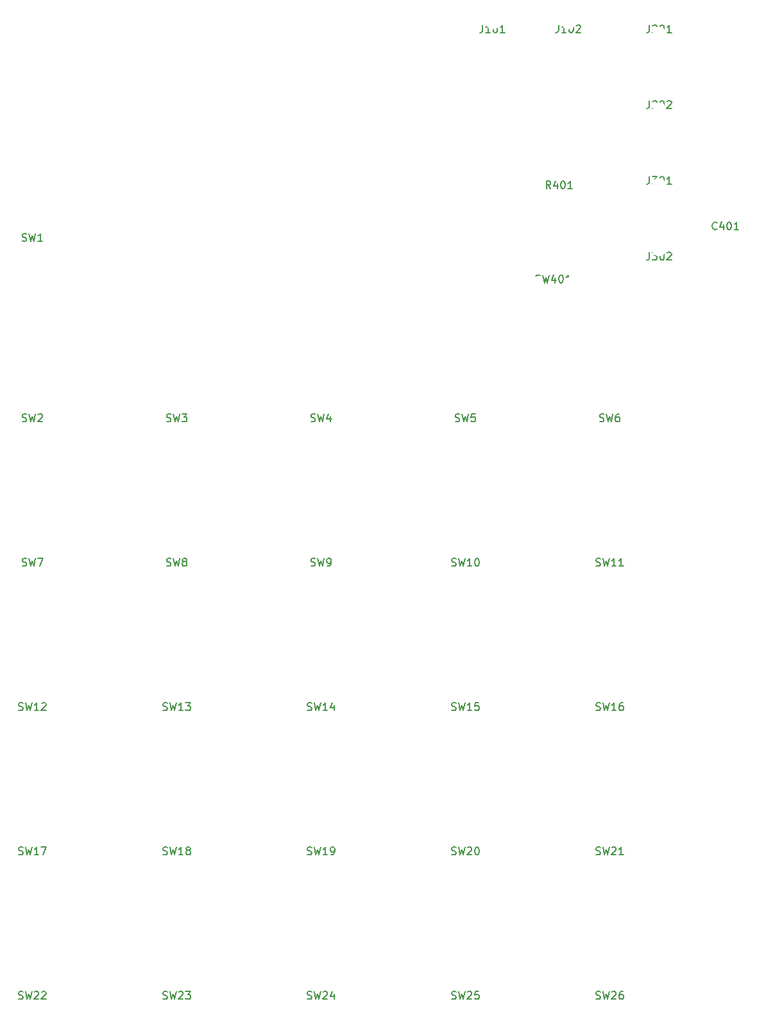
<source format=gto>
%TF.GenerationSoftware,KiCad,Pcbnew,9.0.7*%
%TF.CreationDate,2026-02-27T02:53:56-05:00*%
%TF.ProjectId,Macropad,4d616372-6f70-4616-942e-6b696361645f,rev?*%
%TF.SameCoordinates,Original*%
%TF.FileFunction,Legend,Top*%
%TF.FilePolarity,Positive*%
%FSLAX46Y46*%
G04 Gerber Fmt 4.6, Leading zero omitted, Abs format (unit mm)*
G04 Created by KiCad (PCBNEW 9.0.7) date 2026-02-27 02:53:56*
%MOMM*%
%LPD*%
G01*
G04 APERTURE LIST*
%ADD10C,0.150000*%
%ADD11C,1.700000*%
%ADD12C,4.000000*%
%ADD13C,1.750000*%
%ADD14R,1.600000X1.600000*%
%ADD15O,1.600000X1.600000*%
%ADD16R,1.700000X1.700000*%
%ADD17C,1.600000*%
%ADD18R,1.800000X1.800000*%
%ADD19C,1.800000*%
G04 APERTURE END LIST*
D10*
X8191667Y-1932200D02*
X8334524Y-1979819D01*
X8334524Y-1979819D02*
X8572619Y-1979819D01*
X8572619Y-1979819D02*
X8667857Y-1932200D01*
X8667857Y-1932200D02*
X8715476Y-1884580D01*
X8715476Y-1884580D02*
X8763095Y-1789342D01*
X8763095Y-1789342D02*
X8763095Y-1694104D01*
X8763095Y-1694104D02*
X8715476Y-1598866D01*
X8715476Y-1598866D02*
X8667857Y-1551247D01*
X8667857Y-1551247D02*
X8572619Y-1503628D01*
X8572619Y-1503628D02*
X8382143Y-1456009D01*
X8382143Y-1456009D02*
X8286905Y-1408390D01*
X8286905Y-1408390D02*
X8239286Y-1360771D01*
X8239286Y-1360771D02*
X8191667Y-1265533D01*
X8191667Y-1265533D02*
X8191667Y-1170295D01*
X8191667Y-1170295D02*
X8239286Y-1075057D01*
X8239286Y-1075057D02*
X8286905Y-1027438D01*
X8286905Y-1027438D02*
X8382143Y-979819D01*
X8382143Y-979819D02*
X8620238Y-979819D01*
X8620238Y-979819D02*
X8763095Y-1027438D01*
X9096429Y-979819D02*
X9334524Y-1979819D01*
X9334524Y-1979819D02*
X9525000Y-1265533D01*
X9525000Y-1265533D02*
X9715476Y-1979819D01*
X9715476Y-1979819D02*
X9953572Y-979819D01*
X10858333Y-1979819D02*
X10286905Y-1979819D01*
X10572619Y-1979819D02*
X10572619Y-979819D01*
X10572619Y-979819D02*
X10477381Y-1122676D01*
X10477381Y-1122676D02*
X10382143Y-1217914D01*
X10382143Y-1217914D02*
X10286905Y-1265533D01*
X8191667Y-25744200D02*
X8334524Y-25791819D01*
X8334524Y-25791819D02*
X8572619Y-25791819D01*
X8572619Y-25791819D02*
X8667857Y-25744200D01*
X8667857Y-25744200D02*
X8715476Y-25696580D01*
X8715476Y-25696580D02*
X8763095Y-25601342D01*
X8763095Y-25601342D02*
X8763095Y-25506104D01*
X8763095Y-25506104D02*
X8715476Y-25410866D01*
X8715476Y-25410866D02*
X8667857Y-25363247D01*
X8667857Y-25363247D02*
X8572619Y-25315628D01*
X8572619Y-25315628D02*
X8382143Y-25268009D01*
X8382143Y-25268009D02*
X8286905Y-25220390D01*
X8286905Y-25220390D02*
X8239286Y-25172771D01*
X8239286Y-25172771D02*
X8191667Y-25077533D01*
X8191667Y-25077533D02*
X8191667Y-24982295D01*
X8191667Y-24982295D02*
X8239286Y-24887057D01*
X8239286Y-24887057D02*
X8286905Y-24839438D01*
X8286905Y-24839438D02*
X8382143Y-24791819D01*
X8382143Y-24791819D02*
X8620238Y-24791819D01*
X8620238Y-24791819D02*
X8763095Y-24839438D01*
X9096429Y-24791819D02*
X9334524Y-25791819D01*
X9334524Y-25791819D02*
X9525000Y-25077533D01*
X9525000Y-25077533D02*
X9715476Y-25791819D01*
X9715476Y-25791819D02*
X9953572Y-24791819D01*
X10286905Y-24887057D02*
X10334524Y-24839438D01*
X10334524Y-24839438D02*
X10429762Y-24791819D01*
X10429762Y-24791819D02*
X10667857Y-24791819D01*
X10667857Y-24791819D02*
X10763095Y-24839438D01*
X10763095Y-24839438D02*
X10810714Y-24887057D01*
X10810714Y-24887057D02*
X10858333Y-24982295D01*
X10858333Y-24982295D02*
X10858333Y-25077533D01*
X10858333Y-25077533D02*
X10810714Y-25220390D01*
X10810714Y-25220390D02*
X10239286Y-25791819D01*
X10239286Y-25791819D02*
X10858333Y-25791819D01*
X27241667Y-25744200D02*
X27384524Y-25791819D01*
X27384524Y-25791819D02*
X27622619Y-25791819D01*
X27622619Y-25791819D02*
X27717857Y-25744200D01*
X27717857Y-25744200D02*
X27765476Y-25696580D01*
X27765476Y-25696580D02*
X27813095Y-25601342D01*
X27813095Y-25601342D02*
X27813095Y-25506104D01*
X27813095Y-25506104D02*
X27765476Y-25410866D01*
X27765476Y-25410866D02*
X27717857Y-25363247D01*
X27717857Y-25363247D02*
X27622619Y-25315628D01*
X27622619Y-25315628D02*
X27432143Y-25268009D01*
X27432143Y-25268009D02*
X27336905Y-25220390D01*
X27336905Y-25220390D02*
X27289286Y-25172771D01*
X27289286Y-25172771D02*
X27241667Y-25077533D01*
X27241667Y-25077533D02*
X27241667Y-24982295D01*
X27241667Y-24982295D02*
X27289286Y-24887057D01*
X27289286Y-24887057D02*
X27336905Y-24839438D01*
X27336905Y-24839438D02*
X27432143Y-24791819D01*
X27432143Y-24791819D02*
X27670238Y-24791819D01*
X27670238Y-24791819D02*
X27813095Y-24839438D01*
X28146429Y-24791819D02*
X28384524Y-25791819D01*
X28384524Y-25791819D02*
X28575000Y-25077533D01*
X28575000Y-25077533D02*
X28765476Y-25791819D01*
X28765476Y-25791819D02*
X29003572Y-24791819D01*
X29289286Y-24791819D02*
X29908333Y-24791819D01*
X29908333Y-24791819D02*
X29575000Y-25172771D01*
X29575000Y-25172771D02*
X29717857Y-25172771D01*
X29717857Y-25172771D02*
X29813095Y-25220390D01*
X29813095Y-25220390D02*
X29860714Y-25268009D01*
X29860714Y-25268009D02*
X29908333Y-25363247D01*
X29908333Y-25363247D02*
X29908333Y-25601342D01*
X29908333Y-25601342D02*
X29860714Y-25696580D01*
X29860714Y-25696580D02*
X29813095Y-25744200D01*
X29813095Y-25744200D02*
X29717857Y-25791819D01*
X29717857Y-25791819D02*
X29432143Y-25791819D01*
X29432143Y-25791819D02*
X29336905Y-25744200D01*
X29336905Y-25744200D02*
X29289286Y-25696580D01*
X46291667Y-25744200D02*
X46434524Y-25791819D01*
X46434524Y-25791819D02*
X46672619Y-25791819D01*
X46672619Y-25791819D02*
X46767857Y-25744200D01*
X46767857Y-25744200D02*
X46815476Y-25696580D01*
X46815476Y-25696580D02*
X46863095Y-25601342D01*
X46863095Y-25601342D02*
X46863095Y-25506104D01*
X46863095Y-25506104D02*
X46815476Y-25410866D01*
X46815476Y-25410866D02*
X46767857Y-25363247D01*
X46767857Y-25363247D02*
X46672619Y-25315628D01*
X46672619Y-25315628D02*
X46482143Y-25268009D01*
X46482143Y-25268009D02*
X46386905Y-25220390D01*
X46386905Y-25220390D02*
X46339286Y-25172771D01*
X46339286Y-25172771D02*
X46291667Y-25077533D01*
X46291667Y-25077533D02*
X46291667Y-24982295D01*
X46291667Y-24982295D02*
X46339286Y-24887057D01*
X46339286Y-24887057D02*
X46386905Y-24839438D01*
X46386905Y-24839438D02*
X46482143Y-24791819D01*
X46482143Y-24791819D02*
X46720238Y-24791819D01*
X46720238Y-24791819D02*
X46863095Y-24839438D01*
X47196429Y-24791819D02*
X47434524Y-25791819D01*
X47434524Y-25791819D02*
X47625000Y-25077533D01*
X47625000Y-25077533D02*
X47815476Y-25791819D01*
X47815476Y-25791819D02*
X48053572Y-24791819D01*
X48863095Y-25125152D02*
X48863095Y-25791819D01*
X48625000Y-24744200D02*
X48386905Y-25458485D01*
X48386905Y-25458485D02*
X49005952Y-25458485D01*
X65341667Y-25744200D02*
X65484524Y-25791819D01*
X65484524Y-25791819D02*
X65722619Y-25791819D01*
X65722619Y-25791819D02*
X65817857Y-25744200D01*
X65817857Y-25744200D02*
X65865476Y-25696580D01*
X65865476Y-25696580D02*
X65913095Y-25601342D01*
X65913095Y-25601342D02*
X65913095Y-25506104D01*
X65913095Y-25506104D02*
X65865476Y-25410866D01*
X65865476Y-25410866D02*
X65817857Y-25363247D01*
X65817857Y-25363247D02*
X65722619Y-25315628D01*
X65722619Y-25315628D02*
X65532143Y-25268009D01*
X65532143Y-25268009D02*
X65436905Y-25220390D01*
X65436905Y-25220390D02*
X65389286Y-25172771D01*
X65389286Y-25172771D02*
X65341667Y-25077533D01*
X65341667Y-25077533D02*
X65341667Y-24982295D01*
X65341667Y-24982295D02*
X65389286Y-24887057D01*
X65389286Y-24887057D02*
X65436905Y-24839438D01*
X65436905Y-24839438D02*
X65532143Y-24791819D01*
X65532143Y-24791819D02*
X65770238Y-24791819D01*
X65770238Y-24791819D02*
X65913095Y-24839438D01*
X66246429Y-24791819D02*
X66484524Y-25791819D01*
X66484524Y-25791819D02*
X66675000Y-25077533D01*
X66675000Y-25077533D02*
X66865476Y-25791819D01*
X66865476Y-25791819D02*
X67103572Y-24791819D01*
X67960714Y-24791819D02*
X67484524Y-24791819D01*
X67484524Y-24791819D02*
X67436905Y-25268009D01*
X67436905Y-25268009D02*
X67484524Y-25220390D01*
X67484524Y-25220390D02*
X67579762Y-25172771D01*
X67579762Y-25172771D02*
X67817857Y-25172771D01*
X67817857Y-25172771D02*
X67913095Y-25220390D01*
X67913095Y-25220390D02*
X67960714Y-25268009D01*
X67960714Y-25268009D02*
X68008333Y-25363247D01*
X68008333Y-25363247D02*
X68008333Y-25601342D01*
X68008333Y-25601342D02*
X67960714Y-25696580D01*
X67960714Y-25696580D02*
X67913095Y-25744200D01*
X67913095Y-25744200D02*
X67817857Y-25791819D01*
X67817857Y-25791819D02*
X67579762Y-25791819D01*
X67579762Y-25791819D02*
X67484524Y-25744200D01*
X67484524Y-25744200D02*
X67436905Y-25696580D01*
X84391667Y-25744200D02*
X84534524Y-25791819D01*
X84534524Y-25791819D02*
X84772619Y-25791819D01*
X84772619Y-25791819D02*
X84867857Y-25744200D01*
X84867857Y-25744200D02*
X84915476Y-25696580D01*
X84915476Y-25696580D02*
X84963095Y-25601342D01*
X84963095Y-25601342D02*
X84963095Y-25506104D01*
X84963095Y-25506104D02*
X84915476Y-25410866D01*
X84915476Y-25410866D02*
X84867857Y-25363247D01*
X84867857Y-25363247D02*
X84772619Y-25315628D01*
X84772619Y-25315628D02*
X84582143Y-25268009D01*
X84582143Y-25268009D02*
X84486905Y-25220390D01*
X84486905Y-25220390D02*
X84439286Y-25172771D01*
X84439286Y-25172771D02*
X84391667Y-25077533D01*
X84391667Y-25077533D02*
X84391667Y-24982295D01*
X84391667Y-24982295D02*
X84439286Y-24887057D01*
X84439286Y-24887057D02*
X84486905Y-24839438D01*
X84486905Y-24839438D02*
X84582143Y-24791819D01*
X84582143Y-24791819D02*
X84820238Y-24791819D01*
X84820238Y-24791819D02*
X84963095Y-24839438D01*
X85296429Y-24791819D02*
X85534524Y-25791819D01*
X85534524Y-25791819D02*
X85725000Y-25077533D01*
X85725000Y-25077533D02*
X85915476Y-25791819D01*
X85915476Y-25791819D02*
X86153572Y-24791819D01*
X86963095Y-24791819D02*
X86772619Y-24791819D01*
X86772619Y-24791819D02*
X86677381Y-24839438D01*
X86677381Y-24839438D02*
X86629762Y-24887057D01*
X86629762Y-24887057D02*
X86534524Y-25029914D01*
X86534524Y-25029914D02*
X86486905Y-25220390D01*
X86486905Y-25220390D02*
X86486905Y-25601342D01*
X86486905Y-25601342D02*
X86534524Y-25696580D01*
X86534524Y-25696580D02*
X86582143Y-25744200D01*
X86582143Y-25744200D02*
X86677381Y-25791819D01*
X86677381Y-25791819D02*
X86867857Y-25791819D01*
X86867857Y-25791819D02*
X86963095Y-25744200D01*
X86963095Y-25744200D02*
X87010714Y-25696580D01*
X87010714Y-25696580D02*
X87058333Y-25601342D01*
X87058333Y-25601342D02*
X87058333Y-25363247D01*
X87058333Y-25363247D02*
X87010714Y-25268009D01*
X87010714Y-25268009D02*
X86963095Y-25220390D01*
X86963095Y-25220390D02*
X86867857Y-25172771D01*
X86867857Y-25172771D02*
X86677381Y-25172771D01*
X86677381Y-25172771D02*
X86582143Y-25220390D01*
X86582143Y-25220390D02*
X86534524Y-25268009D01*
X86534524Y-25268009D02*
X86486905Y-25363247D01*
X8191667Y-44795200D02*
X8334524Y-44842819D01*
X8334524Y-44842819D02*
X8572619Y-44842819D01*
X8572619Y-44842819D02*
X8667857Y-44795200D01*
X8667857Y-44795200D02*
X8715476Y-44747580D01*
X8715476Y-44747580D02*
X8763095Y-44652342D01*
X8763095Y-44652342D02*
X8763095Y-44557104D01*
X8763095Y-44557104D02*
X8715476Y-44461866D01*
X8715476Y-44461866D02*
X8667857Y-44414247D01*
X8667857Y-44414247D02*
X8572619Y-44366628D01*
X8572619Y-44366628D02*
X8382143Y-44319009D01*
X8382143Y-44319009D02*
X8286905Y-44271390D01*
X8286905Y-44271390D02*
X8239286Y-44223771D01*
X8239286Y-44223771D02*
X8191667Y-44128533D01*
X8191667Y-44128533D02*
X8191667Y-44033295D01*
X8191667Y-44033295D02*
X8239286Y-43938057D01*
X8239286Y-43938057D02*
X8286905Y-43890438D01*
X8286905Y-43890438D02*
X8382143Y-43842819D01*
X8382143Y-43842819D02*
X8620238Y-43842819D01*
X8620238Y-43842819D02*
X8763095Y-43890438D01*
X9096429Y-43842819D02*
X9334524Y-44842819D01*
X9334524Y-44842819D02*
X9525000Y-44128533D01*
X9525000Y-44128533D02*
X9715476Y-44842819D01*
X9715476Y-44842819D02*
X9953572Y-43842819D01*
X10239286Y-43842819D02*
X10905952Y-43842819D01*
X10905952Y-43842819D02*
X10477381Y-44842819D01*
X27241667Y-44795200D02*
X27384524Y-44842819D01*
X27384524Y-44842819D02*
X27622619Y-44842819D01*
X27622619Y-44842819D02*
X27717857Y-44795200D01*
X27717857Y-44795200D02*
X27765476Y-44747580D01*
X27765476Y-44747580D02*
X27813095Y-44652342D01*
X27813095Y-44652342D02*
X27813095Y-44557104D01*
X27813095Y-44557104D02*
X27765476Y-44461866D01*
X27765476Y-44461866D02*
X27717857Y-44414247D01*
X27717857Y-44414247D02*
X27622619Y-44366628D01*
X27622619Y-44366628D02*
X27432143Y-44319009D01*
X27432143Y-44319009D02*
X27336905Y-44271390D01*
X27336905Y-44271390D02*
X27289286Y-44223771D01*
X27289286Y-44223771D02*
X27241667Y-44128533D01*
X27241667Y-44128533D02*
X27241667Y-44033295D01*
X27241667Y-44033295D02*
X27289286Y-43938057D01*
X27289286Y-43938057D02*
X27336905Y-43890438D01*
X27336905Y-43890438D02*
X27432143Y-43842819D01*
X27432143Y-43842819D02*
X27670238Y-43842819D01*
X27670238Y-43842819D02*
X27813095Y-43890438D01*
X28146429Y-43842819D02*
X28384524Y-44842819D01*
X28384524Y-44842819D02*
X28575000Y-44128533D01*
X28575000Y-44128533D02*
X28765476Y-44842819D01*
X28765476Y-44842819D02*
X29003572Y-43842819D01*
X29527381Y-44271390D02*
X29432143Y-44223771D01*
X29432143Y-44223771D02*
X29384524Y-44176152D01*
X29384524Y-44176152D02*
X29336905Y-44080914D01*
X29336905Y-44080914D02*
X29336905Y-44033295D01*
X29336905Y-44033295D02*
X29384524Y-43938057D01*
X29384524Y-43938057D02*
X29432143Y-43890438D01*
X29432143Y-43890438D02*
X29527381Y-43842819D01*
X29527381Y-43842819D02*
X29717857Y-43842819D01*
X29717857Y-43842819D02*
X29813095Y-43890438D01*
X29813095Y-43890438D02*
X29860714Y-43938057D01*
X29860714Y-43938057D02*
X29908333Y-44033295D01*
X29908333Y-44033295D02*
X29908333Y-44080914D01*
X29908333Y-44080914D02*
X29860714Y-44176152D01*
X29860714Y-44176152D02*
X29813095Y-44223771D01*
X29813095Y-44223771D02*
X29717857Y-44271390D01*
X29717857Y-44271390D02*
X29527381Y-44271390D01*
X29527381Y-44271390D02*
X29432143Y-44319009D01*
X29432143Y-44319009D02*
X29384524Y-44366628D01*
X29384524Y-44366628D02*
X29336905Y-44461866D01*
X29336905Y-44461866D02*
X29336905Y-44652342D01*
X29336905Y-44652342D02*
X29384524Y-44747580D01*
X29384524Y-44747580D02*
X29432143Y-44795200D01*
X29432143Y-44795200D02*
X29527381Y-44842819D01*
X29527381Y-44842819D02*
X29717857Y-44842819D01*
X29717857Y-44842819D02*
X29813095Y-44795200D01*
X29813095Y-44795200D02*
X29860714Y-44747580D01*
X29860714Y-44747580D02*
X29908333Y-44652342D01*
X29908333Y-44652342D02*
X29908333Y-44461866D01*
X29908333Y-44461866D02*
X29860714Y-44366628D01*
X29860714Y-44366628D02*
X29813095Y-44319009D01*
X29813095Y-44319009D02*
X29717857Y-44271390D01*
X46291667Y-44795200D02*
X46434524Y-44842819D01*
X46434524Y-44842819D02*
X46672619Y-44842819D01*
X46672619Y-44842819D02*
X46767857Y-44795200D01*
X46767857Y-44795200D02*
X46815476Y-44747580D01*
X46815476Y-44747580D02*
X46863095Y-44652342D01*
X46863095Y-44652342D02*
X46863095Y-44557104D01*
X46863095Y-44557104D02*
X46815476Y-44461866D01*
X46815476Y-44461866D02*
X46767857Y-44414247D01*
X46767857Y-44414247D02*
X46672619Y-44366628D01*
X46672619Y-44366628D02*
X46482143Y-44319009D01*
X46482143Y-44319009D02*
X46386905Y-44271390D01*
X46386905Y-44271390D02*
X46339286Y-44223771D01*
X46339286Y-44223771D02*
X46291667Y-44128533D01*
X46291667Y-44128533D02*
X46291667Y-44033295D01*
X46291667Y-44033295D02*
X46339286Y-43938057D01*
X46339286Y-43938057D02*
X46386905Y-43890438D01*
X46386905Y-43890438D02*
X46482143Y-43842819D01*
X46482143Y-43842819D02*
X46720238Y-43842819D01*
X46720238Y-43842819D02*
X46863095Y-43890438D01*
X47196429Y-43842819D02*
X47434524Y-44842819D01*
X47434524Y-44842819D02*
X47625000Y-44128533D01*
X47625000Y-44128533D02*
X47815476Y-44842819D01*
X47815476Y-44842819D02*
X48053572Y-43842819D01*
X48482143Y-44842819D02*
X48672619Y-44842819D01*
X48672619Y-44842819D02*
X48767857Y-44795200D01*
X48767857Y-44795200D02*
X48815476Y-44747580D01*
X48815476Y-44747580D02*
X48910714Y-44604723D01*
X48910714Y-44604723D02*
X48958333Y-44414247D01*
X48958333Y-44414247D02*
X48958333Y-44033295D01*
X48958333Y-44033295D02*
X48910714Y-43938057D01*
X48910714Y-43938057D02*
X48863095Y-43890438D01*
X48863095Y-43890438D02*
X48767857Y-43842819D01*
X48767857Y-43842819D02*
X48577381Y-43842819D01*
X48577381Y-43842819D02*
X48482143Y-43890438D01*
X48482143Y-43890438D02*
X48434524Y-43938057D01*
X48434524Y-43938057D02*
X48386905Y-44033295D01*
X48386905Y-44033295D02*
X48386905Y-44271390D01*
X48386905Y-44271390D02*
X48434524Y-44366628D01*
X48434524Y-44366628D02*
X48482143Y-44414247D01*
X48482143Y-44414247D02*
X48577381Y-44461866D01*
X48577381Y-44461866D02*
X48767857Y-44461866D01*
X48767857Y-44461866D02*
X48863095Y-44414247D01*
X48863095Y-44414247D02*
X48910714Y-44366628D01*
X48910714Y-44366628D02*
X48958333Y-44271390D01*
X64865476Y-44795200D02*
X65008333Y-44842819D01*
X65008333Y-44842819D02*
X65246428Y-44842819D01*
X65246428Y-44842819D02*
X65341666Y-44795200D01*
X65341666Y-44795200D02*
X65389285Y-44747580D01*
X65389285Y-44747580D02*
X65436904Y-44652342D01*
X65436904Y-44652342D02*
X65436904Y-44557104D01*
X65436904Y-44557104D02*
X65389285Y-44461866D01*
X65389285Y-44461866D02*
X65341666Y-44414247D01*
X65341666Y-44414247D02*
X65246428Y-44366628D01*
X65246428Y-44366628D02*
X65055952Y-44319009D01*
X65055952Y-44319009D02*
X64960714Y-44271390D01*
X64960714Y-44271390D02*
X64913095Y-44223771D01*
X64913095Y-44223771D02*
X64865476Y-44128533D01*
X64865476Y-44128533D02*
X64865476Y-44033295D01*
X64865476Y-44033295D02*
X64913095Y-43938057D01*
X64913095Y-43938057D02*
X64960714Y-43890438D01*
X64960714Y-43890438D02*
X65055952Y-43842819D01*
X65055952Y-43842819D02*
X65294047Y-43842819D01*
X65294047Y-43842819D02*
X65436904Y-43890438D01*
X65770238Y-43842819D02*
X66008333Y-44842819D01*
X66008333Y-44842819D02*
X66198809Y-44128533D01*
X66198809Y-44128533D02*
X66389285Y-44842819D01*
X66389285Y-44842819D02*
X66627381Y-43842819D01*
X67532142Y-44842819D02*
X66960714Y-44842819D01*
X67246428Y-44842819D02*
X67246428Y-43842819D01*
X67246428Y-43842819D02*
X67151190Y-43985676D01*
X67151190Y-43985676D02*
X67055952Y-44080914D01*
X67055952Y-44080914D02*
X66960714Y-44128533D01*
X68151190Y-43842819D02*
X68246428Y-43842819D01*
X68246428Y-43842819D02*
X68341666Y-43890438D01*
X68341666Y-43890438D02*
X68389285Y-43938057D01*
X68389285Y-43938057D02*
X68436904Y-44033295D01*
X68436904Y-44033295D02*
X68484523Y-44223771D01*
X68484523Y-44223771D02*
X68484523Y-44461866D01*
X68484523Y-44461866D02*
X68436904Y-44652342D01*
X68436904Y-44652342D02*
X68389285Y-44747580D01*
X68389285Y-44747580D02*
X68341666Y-44795200D01*
X68341666Y-44795200D02*
X68246428Y-44842819D01*
X68246428Y-44842819D02*
X68151190Y-44842819D01*
X68151190Y-44842819D02*
X68055952Y-44795200D01*
X68055952Y-44795200D02*
X68008333Y-44747580D01*
X68008333Y-44747580D02*
X67960714Y-44652342D01*
X67960714Y-44652342D02*
X67913095Y-44461866D01*
X67913095Y-44461866D02*
X67913095Y-44223771D01*
X67913095Y-44223771D02*
X67960714Y-44033295D01*
X67960714Y-44033295D02*
X68008333Y-43938057D01*
X68008333Y-43938057D02*
X68055952Y-43890438D01*
X68055952Y-43890438D02*
X68151190Y-43842819D01*
X83915476Y-44795200D02*
X84058333Y-44842819D01*
X84058333Y-44842819D02*
X84296428Y-44842819D01*
X84296428Y-44842819D02*
X84391666Y-44795200D01*
X84391666Y-44795200D02*
X84439285Y-44747580D01*
X84439285Y-44747580D02*
X84486904Y-44652342D01*
X84486904Y-44652342D02*
X84486904Y-44557104D01*
X84486904Y-44557104D02*
X84439285Y-44461866D01*
X84439285Y-44461866D02*
X84391666Y-44414247D01*
X84391666Y-44414247D02*
X84296428Y-44366628D01*
X84296428Y-44366628D02*
X84105952Y-44319009D01*
X84105952Y-44319009D02*
X84010714Y-44271390D01*
X84010714Y-44271390D02*
X83963095Y-44223771D01*
X83963095Y-44223771D02*
X83915476Y-44128533D01*
X83915476Y-44128533D02*
X83915476Y-44033295D01*
X83915476Y-44033295D02*
X83963095Y-43938057D01*
X83963095Y-43938057D02*
X84010714Y-43890438D01*
X84010714Y-43890438D02*
X84105952Y-43842819D01*
X84105952Y-43842819D02*
X84344047Y-43842819D01*
X84344047Y-43842819D02*
X84486904Y-43890438D01*
X84820238Y-43842819D02*
X85058333Y-44842819D01*
X85058333Y-44842819D02*
X85248809Y-44128533D01*
X85248809Y-44128533D02*
X85439285Y-44842819D01*
X85439285Y-44842819D02*
X85677381Y-43842819D01*
X86582142Y-44842819D02*
X86010714Y-44842819D01*
X86296428Y-44842819D02*
X86296428Y-43842819D01*
X86296428Y-43842819D02*
X86201190Y-43985676D01*
X86201190Y-43985676D02*
X86105952Y-44080914D01*
X86105952Y-44080914D02*
X86010714Y-44128533D01*
X87534523Y-44842819D02*
X86963095Y-44842819D01*
X87248809Y-44842819D02*
X87248809Y-43842819D01*
X87248809Y-43842819D02*
X87153571Y-43985676D01*
X87153571Y-43985676D02*
X87058333Y-44080914D01*
X87058333Y-44080914D02*
X86963095Y-44128533D01*
X7715476Y-63845200D02*
X7858333Y-63892819D01*
X7858333Y-63892819D02*
X8096428Y-63892819D01*
X8096428Y-63892819D02*
X8191666Y-63845200D01*
X8191666Y-63845200D02*
X8239285Y-63797580D01*
X8239285Y-63797580D02*
X8286904Y-63702342D01*
X8286904Y-63702342D02*
X8286904Y-63607104D01*
X8286904Y-63607104D02*
X8239285Y-63511866D01*
X8239285Y-63511866D02*
X8191666Y-63464247D01*
X8191666Y-63464247D02*
X8096428Y-63416628D01*
X8096428Y-63416628D02*
X7905952Y-63369009D01*
X7905952Y-63369009D02*
X7810714Y-63321390D01*
X7810714Y-63321390D02*
X7763095Y-63273771D01*
X7763095Y-63273771D02*
X7715476Y-63178533D01*
X7715476Y-63178533D02*
X7715476Y-63083295D01*
X7715476Y-63083295D02*
X7763095Y-62988057D01*
X7763095Y-62988057D02*
X7810714Y-62940438D01*
X7810714Y-62940438D02*
X7905952Y-62892819D01*
X7905952Y-62892819D02*
X8144047Y-62892819D01*
X8144047Y-62892819D02*
X8286904Y-62940438D01*
X8620238Y-62892819D02*
X8858333Y-63892819D01*
X8858333Y-63892819D02*
X9048809Y-63178533D01*
X9048809Y-63178533D02*
X9239285Y-63892819D01*
X9239285Y-63892819D02*
X9477381Y-62892819D01*
X10382142Y-63892819D02*
X9810714Y-63892819D01*
X10096428Y-63892819D02*
X10096428Y-62892819D01*
X10096428Y-62892819D02*
X10001190Y-63035676D01*
X10001190Y-63035676D02*
X9905952Y-63130914D01*
X9905952Y-63130914D02*
X9810714Y-63178533D01*
X10763095Y-62988057D02*
X10810714Y-62940438D01*
X10810714Y-62940438D02*
X10905952Y-62892819D01*
X10905952Y-62892819D02*
X11144047Y-62892819D01*
X11144047Y-62892819D02*
X11239285Y-62940438D01*
X11239285Y-62940438D02*
X11286904Y-62988057D01*
X11286904Y-62988057D02*
X11334523Y-63083295D01*
X11334523Y-63083295D02*
X11334523Y-63178533D01*
X11334523Y-63178533D02*
X11286904Y-63321390D01*
X11286904Y-63321390D02*
X10715476Y-63892819D01*
X10715476Y-63892819D02*
X11334523Y-63892819D01*
X26765476Y-63845200D02*
X26908333Y-63892819D01*
X26908333Y-63892819D02*
X27146428Y-63892819D01*
X27146428Y-63892819D02*
X27241666Y-63845200D01*
X27241666Y-63845200D02*
X27289285Y-63797580D01*
X27289285Y-63797580D02*
X27336904Y-63702342D01*
X27336904Y-63702342D02*
X27336904Y-63607104D01*
X27336904Y-63607104D02*
X27289285Y-63511866D01*
X27289285Y-63511866D02*
X27241666Y-63464247D01*
X27241666Y-63464247D02*
X27146428Y-63416628D01*
X27146428Y-63416628D02*
X26955952Y-63369009D01*
X26955952Y-63369009D02*
X26860714Y-63321390D01*
X26860714Y-63321390D02*
X26813095Y-63273771D01*
X26813095Y-63273771D02*
X26765476Y-63178533D01*
X26765476Y-63178533D02*
X26765476Y-63083295D01*
X26765476Y-63083295D02*
X26813095Y-62988057D01*
X26813095Y-62988057D02*
X26860714Y-62940438D01*
X26860714Y-62940438D02*
X26955952Y-62892819D01*
X26955952Y-62892819D02*
X27194047Y-62892819D01*
X27194047Y-62892819D02*
X27336904Y-62940438D01*
X27670238Y-62892819D02*
X27908333Y-63892819D01*
X27908333Y-63892819D02*
X28098809Y-63178533D01*
X28098809Y-63178533D02*
X28289285Y-63892819D01*
X28289285Y-63892819D02*
X28527381Y-62892819D01*
X29432142Y-63892819D02*
X28860714Y-63892819D01*
X29146428Y-63892819D02*
X29146428Y-62892819D01*
X29146428Y-62892819D02*
X29051190Y-63035676D01*
X29051190Y-63035676D02*
X28955952Y-63130914D01*
X28955952Y-63130914D02*
X28860714Y-63178533D01*
X29765476Y-62892819D02*
X30384523Y-62892819D01*
X30384523Y-62892819D02*
X30051190Y-63273771D01*
X30051190Y-63273771D02*
X30194047Y-63273771D01*
X30194047Y-63273771D02*
X30289285Y-63321390D01*
X30289285Y-63321390D02*
X30336904Y-63369009D01*
X30336904Y-63369009D02*
X30384523Y-63464247D01*
X30384523Y-63464247D02*
X30384523Y-63702342D01*
X30384523Y-63702342D02*
X30336904Y-63797580D01*
X30336904Y-63797580D02*
X30289285Y-63845200D01*
X30289285Y-63845200D02*
X30194047Y-63892819D01*
X30194047Y-63892819D02*
X29908333Y-63892819D01*
X29908333Y-63892819D02*
X29813095Y-63845200D01*
X29813095Y-63845200D02*
X29765476Y-63797580D01*
X45815476Y-63845200D02*
X45958333Y-63892819D01*
X45958333Y-63892819D02*
X46196428Y-63892819D01*
X46196428Y-63892819D02*
X46291666Y-63845200D01*
X46291666Y-63845200D02*
X46339285Y-63797580D01*
X46339285Y-63797580D02*
X46386904Y-63702342D01*
X46386904Y-63702342D02*
X46386904Y-63607104D01*
X46386904Y-63607104D02*
X46339285Y-63511866D01*
X46339285Y-63511866D02*
X46291666Y-63464247D01*
X46291666Y-63464247D02*
X46196428Y-63416628D01*
X46196428Y-63416628D02*
X46005952Y-63369009D01*
X46005952Y-63369009D02*
X45910714Y-63321390D01*
X45910714Y-63321390D02*
X45863095Y-63273771D01*
X45863095Y-63273771D02*
X45815476Y-63178533D01*
X45815476Y-63178533D02*
X45815476Y-63083295D01*
X45815476Y-63083295D02*
X45863095Y-62988057D01*
X45863095Y-62988057D02*
X45910714Y-62940438D01*
X45910714Y-62940438D02*
X46005952Y-62892819D01*
X46005952Y-62892819D02*
X46244047Y-62892819D01*
X46244047Y-62892819D02*
X46386904Y-62940438D01*
X46720238Y-62892819D02*
X46958333Y-63892819D01*
X46958333Y-63892819D02*
X47148809Y-63178533D01*
X47148809Y-63178533D02*
X47339285Y-63892819D01*
X47339285Y-63892819D02*
X47577381Y-62892819D01*
X48482142Y-63892819D02*
X47910714Y-63892819D01*
X48196428Y-63892819D02*
X48196428Y-62892819D01*
X48196428Y-62892819D02*
X48101190Y-63035676D01*
X48101190Y-63035676D02*
X48005952Y-63130914D01*
X48005952Y-63130914D02*
X47910714Y-63178533D01*
X49339285Y-63226152D02*
X49339285Y-63892819D01*
X49101190Y-62845200D02*
X48863095Y-63559485D01*
X48863095Y-63559485D02*
X49482142Y-63559485D01*
X64865476Y-63845200D02*
X65008333Y-63892819D01*
X65008333Y-63892819D02*
X65246428Y-63892819D01*
X65246428Y-63892819D02*
X65341666Y-63845200D01*
X65341666Y-63845200D02*
X65389285Y-63797580D01*
X65389285Y-63797580D02*
X65436904Y-63702342D01*
X65436904Y-63702342D02*
X65436904Y-63607104D01*
X65436904Y-63607104D02*
X65389285Y-63511866D01*
X65389285Y-63511866D02*
X65341666Y-63464247D01*
X65341666Y-63464247D02*
X65246428Y-63416628D01*
X65246428Y-63416628D02*
X65055952Y-63369009D01*
X65055952Y-63369009D02*
X64960714Y-63321390D01*
X64960714Y-63321390D02*
X64913095Y-63273771D01*
X64913095Y-63273771D02*
X64865476Y-63178533D01*
X64865476Y-63178533D02*
X64865476Y-63083295D01*
X64865476Y-63083295D02*
X64913095Y-62988057D01*
X64913095Y-62988057D02*
X64960714Y-62940438D01*
X64960714Y-62940438D02*
X65055952Y-62892819D01*
X65055952Y-62892819D02*
X65294047Y-62892819D01*
X65294047Y-62892819D02*
X65436904Y-62940438D01*
X65770238Y-62892819D02*
X66008333Y-63892819D01*
X66008333Y-63892819D02*
X66198809Y-63178533D01*
X66198809Y-63178533D02*
X66389285Y-63892819D01*
X66389285Y-63892819D02*
X66627381Y-62892819D01*
X67532142Y-63892819D02*
X66960714Y-63892819D01*
X67246428Y-63892819D02*
X67246428Y-62892819D01*
X67246428Y-62892819D02*
X67151190Y-63035676D01*
X67151190Y-63035676D02*
X67055952Y-63130914D01*
X67055952Y-63130914D02*
X66960714Y-63178533D01*
X68436904Y-62892819D02*
X67960714Y-62892819D01*
X67960714Y-62892819D02*
X67913095Y-63369009D01*
X67913095Y-63369009D02*
X67960714Y-63321390D01*
X67960714Y-63321390D02*
X68055952Y-63273771D01*
X68055952Y-63273771D02*
X68294047Y-63273771D01*
X68294047Y-63273771D02*
X68389285Y-63321390D01*
X68389285Y-63321390D02*
X68436904Y-63369009D01*
X68436904Y-63369009D02*
X68484523Y-63464247D01*
X68484523Y-63464247D02*
X68484523Y-63702342D01*
X68484523Y-63702342D02*
X68436904Y-63797580D01*
X68436904Y-63797580D02*
X68389285Y-63845200D01*
X68389285Y-63845200D02*
X68294047Y-63892819D01*
X68294047Y-63892819D02*
X68055952Y-63892819D01*
X68055952Y-63892819D02*
X67960714Y-63845200D01*
X67960714Y-63845200D02*
X67913095Y-63797580D01*
X83915476Y-63845200D02*
X84058333Y-63892819D01*
X84058333Y-63892819D02*
X84296428Y-63892819D01*
X84296428Y-63892819D02*
X84391666Y-63845200D01*
X84391666Y-63845200D02*
X84439285Y-63797580D01*
X84439285Y-63797580D02*
X84486904Y-63702342D01*
X84486904Y-63702342D02*
X84486904Y-63607104D01*
X84486904Y-63607104D02*
X84439285Y-63511866D01*
X84439285Y-63511866D02*
X84391666Y-63464247D01*
X84391666Y-63464247D02*
X84296428Y-63416628D01*
X84296428Y-63416628D02*
X84105952Y-63369009D01*
X84105952Y-63369009D02*
X84010714Y-63321390D01*
X84010714Y-63321390D02*
X83963095Y-63273771D01*
X83963095Y-63273771D02*
X83915476Y-63178533D01*
X83915476Y-63178533D02*
X83915476Y-63083295D01*
X83915476Y-63083295D02*
X83963095Y-62988057D01*
X83963095Y-62988057D02*
X84010714Y-62940438D01*
X84010714Y-62940438D02*
X84105952Y-62892819D01*
X84105952Y-62892819D02*
X84344047Y-62892819D01*
X84344047Y-62892819D02*
X84486904Y-62940438D01*
X84820238Y-62892819D02*
X85058333Y-63892819D01*
X85058333Y-63892819D02*
X85248809Y-63178533D01*
X85248809Y-63178533D02*
X85439285Y-63892819D01*
X85439285Y-63892819D02*
X85677381Y-62892819D01*
X86582142Y-63892819D02*
X86010714Y-63892819D01*
X86296428Y-63892819D02*
X86296428Y-62892819D01*
X86296428Y-62892819D02*
X86201190Y-63035676D01*
X86201190Y-63035676D02*
X86105952Y-63130914D01*
X86105952Y-63130914D02*
X86010714Y-63178533D01*
X87439285Y-62892819D02*
X87248809Y-62892819D01*
X87248809Y-62892819D02*
X87153571Y-62940438D01*
X87153571Y-62940438D02*
X87105952Y-62988057D01*
X87105952Y-62988057D02*
X87010714Y-63130914D01*
X87010714Y-63130914D02*
X86963095Y-63321390D01*
X86963095Y-63321390D02*
X86963095Y-63702342D01*
X86963095Y-63702342D02*
X87010714Y-63797580D01*
X87010714Y-63797580D02*
X87058333Y-63845200D01*
X87058333Y-63845200D02*
X87153571Y-63892819D01*
X87153571Y-63892819D02*
X87344047Y-63892819D01*
X87344047Y-63892819D02*
X87439285Y-63845200D01*
X87439285Y-63845200D02*
X87486904Y-63797580D01*
X87486904Y-63797580D02*
X87534523Y-63702342D01*
X87534523Y-63702342D02*
X87534523Y-63464247D01*
X87534523Y-63464247D02*
X87486904Y-63369009D01*
X87486904Y-63369009D02*
X87439285Y-63321390D01*
X87439285Y-63321390D02*
X87344047Y-63273771D01*
X87344047Y-63273771D02*
X87153571Y-63273771D01*
X87153571Y-63273771D02*
X87058333Y-63321390D01*
X87058333Y-63321390D02*
X87010714Y-63369009D01*
X87010714Y-63369009D02*
X86963095Y-63464247D01*
X7715476Y-82894200D02*
X7858333Y-82941819D01*
X7858333Y-82941819D02*
X8096428Y-82941819D01*
X8096428Y-82941819D02*
X8191666Y-82894200D01*
X8191666Y-82894200D02*
X8239285Y-82846580D01*
X8239285Y-82846580D02*
X8286904Y-82751342D01*
X8286904Y-82751342D02*
X8286904Y-82656104D01*
X8286904Y-82656104D02*
X8239285Y-82560866D01*
X8239285Y-82560866D02*
X8191666Y-82513247D01*
X8191666Y-82513247D02*
X8096428Y-82465628D01*
X8096428Y-82465628D02*
X7905952Y-82418009D01*
X7905952Y-82418009D02*
X7810714Y-82370390D01*
X7810714Y-82370390D02*
X7763095Y-82322771D01*
X7763095Y-82322771D02*
X7715476Y-82227533D01*
X7715476Y-82227533D02*
X7715476Y-82132295D01*
X7715476Y-82132295D02*
X7763095Y-82037057D01*
X7763095Y-82037057D02*
X7810714Y-81989438D01*
X7810714Y-81989438D02*
X7905952Y-81941819D01*
X7905952Y-81941819D02*
X8144047Y-81941819D01*
X8144047Y-81941819D02*
X8286904Y-81989438D01*
X8620238Y-81941819D02*
X8858333Y-82941819D01*
X8858333Y-82941819D02*
X9048809Y-82227533D01*
X9048809Y-82227533D02*
X9239285Y-82941819D01*
X9239285Y-82941819D02*
X9477381Y-81941819D01*
X10382142Y-82941819D02*
X9810714Y-82941819D01*
X10096428Y-82941819D02*
X10096428Y-81941819D01*
X10096428Y-81941819D02*
X10001190Y-82084676D01*
X10001190Y-82084676D02*
X9905952Y-82179914D01*
X9905952Y-82179914D02*
X9810714Y-82227533D01*
X10715476Y-81941819D02*
X11382142Y-81941819D01*
X11382142Y-81941819D02*
X10953571Y-82941819D01*
X26765476Y-82894200D02*
X26908333Y-82941819D01*
X26908333Y-82941819D02*
X27146428Y-82941819D01*
X27146428Y-82941819D02*
X27241666Y-82894200D01*
X27241666Y-82894200D02*
X27289285Y-82846580D01*
X27289285Y-82846580D02*
X27336904Y-82751342D01*
X27336904Y-82751342D02*
X27336904Y-82656104D01*
X27336904Y-82656104D02*
X27289285Y-82560866D01*
X27289285Y-82560866D02*
X27241666Y-82513247D01*
X27241666Y-82513247D02*
X27146428Y-82465628D01*
X27146428Y-82465628D02*
X26955952Y-82418009D01*
X26955952Y-82418009D02*
X26860714Y-82370390D01*
X26860714Y-82370390D02*
X26813095Y-82322771D01*
X26813095Y-82322771D02*
X26765476Y-82227533D01*
X26765476Y-82227533D02*
X26765476Y-82132295D01*
X26765476Y-82132295D02*
X26813095Y-82037057D01*
X26813095Y-82037057D02*
X26860714Y-81989438D01*
X26860714Y-81989438D02*
X26955952Y-81941819D01*
X26955952Y-81941819D02*
X27194047Y-81941819D01*
X27194047Y-81941819D02*
X27336904Y-81989438D01*
X27670238Y-81941819D02*
X27908333Y-82941819D01*
X27908333Y-82941819D02*
X28098809Y-82227533D01*
X28098809Y-82227533D02*
X28289285Y-82941819D01*
X28289285Y-82941819D02*
X28527381Y-81941819D01*
X29432142Y-82941819D02*
X28860714Y-82941819D01*
X29146428Y-82941819D02*
X29146428Y-81941819D01*
X29146428Y-81941819D02*
X29051190Y-82084676D01*
X29051190Y-82084676D02*
X28955952Y-82179914D01*
X28955952Y-82179914D02*
X28860714Y-82227533D01*
X30003571Y-82370390D02*
X29908333Y-82322771D01*
X29908333Y-82322771D02*
X29860714Y-82275152D01*
X29860714Y-82275152D02*
X29813095Y-82179914D01*
X29813095Y-82179914D02*
X29813095Y-82132295D01*
X29813095Y-82132295D02*
X29860714Y-82037057D01*
X29860714Y-82037057D02*
X29908333Y-81989438D01*
X29908333Y-81989438D02*
X30003571Y-81941819D01*
X30003571Y-81941819D02*
X30194047Y-81941819D01*
X30194047Y-81941819D02*
X30289285Y-81989438D01*
X30289285Y-81989438D02*
X30336904Y-82037057D01*
X30336904Y-82037057D02*
X30384523Y-82132295D01*
X30384523Y-82132295D02*
X30384523Y-82179914D01*
X30384523Y-82179914D02*
X30336904Y-82275152D01*
X30336904Y-82275152D02*
X30289285Y-82322771D01*
X30289285Y-82322771D02*
X30194047Y-82370390D01*
X30194047Y-82370390D02*
X30003571Y-82370390D01*
X30003571Y-82370390D02*
X29908333Y-82418009D01*
X29908333Y-82418009D02*
X29860714Y-82465628D01*
X29860714Y-82465628D02*
X29813095Y-82560866D01*
X29813095Y-82560866D02*
X29813095Y-82751342D01*
X29813095Y-82751342D02*
X29860714Y-82846580D01*
X29860714Y-82846580D02*
X29908333Y-82894200D01*
X29908333Y-82894200D02*
X30003571Y-82941819D01*
X30003571Y-82941819D02*
X30194047Y-82941819D01*
X30194047Y-82941819D02*
X30289285Y-82894200D01*
X30289285Y-82894200D02*
X30336904Y-82846580D01*
X30336904Y-82846580D02*
X30384523Y-82751342D01*
X30384523Y-82751342D02*
X30384523Y-82560866D01*
X30384523Y-82560866D02*
X30336904Y-82465628D01*
X30336904Y-82465628D02*
X30289285Y-82418009D01*
X30289285Y-82418009D02*
X30194047Y-82370390D01*
X45815476Y-82894200D02*
X45958333Y-82941819D01*
X45958333Y-82941819D02*
X46196428Y-82941819D01*
X46196428Y-82941819D02*
X46291666Y-82894200D01*
X46291666Y-82894200D02*
X46339285Y-82846580D01*
X46339285Y-82846580D02*
X46386904Y-82751342D01*
X46386904Y-82751342D02*
X46386904Y-82656104D01*
X46386904Y-82656104D02*
X46339285Y-82560866D01*
X46339285Y-82560866D02*
X46291666Y-82513247D01*
X46291666Y-82513247D02*
X46196428Y-82465628D01*
X46196428Y-82465628D02*
X46005952Y-82418009D01*
X46005952Y-82418009D02*
X45910714Y-82370390D01*
X45910714Y-82370390D02*
X45863095Y-82322771D01*
X45863095Y-82322771D02*
X45815476Y-82227533D01*
X45815476Y-82227533D02*
X45815476Y-82132295D01*
X45815476Y-82132295D02*
X45863095Y-82037057D01*
X45863095Y-82037057D02*
X45910714Y-81989438D01*
X45910714Y-81989438D02*
X46005952Y-81941819D01*
X46005952Y-81941819D02*
X46244047Y-81941819D01*
X46244047Y-81941819D02*
X46386904Y-81989438D01*
X46720238Y-81941819D02*
X46958333Y-82941819D01*
X46958333Y-82941819D02*
X47148809Y-82227533D01*
X47148809Y-82227533D02*
X47339285Y-82941819D01*
X47339285Y-82941819D02*
X47577381Y-81941819D01*
X48482142Y-82941819D02*
X47910714Y-82941819D01*
X48196428Y-82941819D02*
X48196428Y-81941819D01*
X48196428Y-81941819D02*
X48101190Y-82084676D01*
X48101190Y-82084676D02*
X48005952Y-82179914D01*
X48005952Y-82179914D02*
X47910714Y-82227533D01*
X48958333Y-82941819D02*
X49148809Y-82941819D01*
X49148809Y-82941819D02*
X49244047Y-82894200D01*
X49244047Y-82894200D02*
X49291666Y-82846580D01*
X49291666Y-82846580D02*
X49386904Y-82703723D01*
X49386904Y-82703723D02*
X49434523Y-82513247D01*
X49434523Y-82513247D02*
X49434523Y-82132295D01*
X49434523Y-82132295D02*
X49386904Y-82037057D01*
X49386904Y-82037057D02*
X49339285Y-81989438D01*
X49339285Y-81989438D02*
X49244047Y-81941819D01*
X49244047Y-81941819D02*
X49053571Y-81941819D01*
X49053571Y-81941819D02*
X48958333Y-81989438D01*
X48958333Y-81989438D02*
X48910714Y-82037057D01*
X48910714Y-82037057D02*
X48863095Y-82132295D01*
X48863095Y-82132295D02*
X48863095Y-82370390D01*
X48863095Y-82370390D02*
X48910714Y-82465628D01*
X48910714Y-82465628D02*
X48958333Y-82513247D01*
X48958333Y-82513247D02*
X49053571Y-82560866D01*
X49053571Y-82560866D02*
X49244047Y-82560866D01*
X49244047Y-82560866D02*
X49339285Y-82513247D01*
X49339285Y-82513247D02*
X49386904Y-82465628D01*
X49386904Y-82465628D02*
X49434523Y-82370390D01*
X64865476Y-82894200D02*
X65008333Y-82941819D01*
X65008333Y-82941819D02*
X65246428Y-82941819D01*
X65246428Y-82941819D02*
X65341666Y-82894200D01*
X65341666Y-82894200D02*
X65389285Y-82846580D01*
X65389285Y-82846580D02*
X65436904Y-82751342D01*
X65436904Y-82751342D02*
X65436904Y-82656104D01*
X65436904Y-82656104D02*
X65389285Y-82560866D01*
X65389285Y-82560866D02*
X65341666Y-82513247D01*
X65341666Y-82513247D02*
X65246428Y-82465628D01*
X65246428Y-82465628D02*
X65055952Y-82418009D01*
X65055952Y-82418009D02*
X64960714Y-82370390D01*
X64960714Y-82370390D02*
X64913095Y-82322771D01*
X64913095Y-82322771D02*
X64865476Y-82227533D01*
X64865476Y-82227533D02*
X64865476Y-82132295D01*
X64865476Y-82132295D02*
X64913095Y-82037057D01*
X64913095Y-82037057D02*
X64960714Y-81989438D01*
X64960714Y-81989438D02*
X65055952Y-81941819D01*
X65055952Y-81941819D02*
X65294047Y-81941819D01*
X65294047Y-81941819D02*
X65436904Y-81989438D01*
X65770238Y-81941819D02*
X66008333Y-82941819D01*
X66008333Y-82941819D02*
X66198809Y-82227533D01*
X66198809Y-82227533D02*
X66389285Y-82941819D01*
X66389285Y-82941819D02*
X66627381Y-81941819D01*
X66960714Y-82037057D02*
X67008333Y-81989438D01*
X67008333Y-81989438D02*
X67103571Y-81941819D01*
X67103571Y-81941819D02*
X67341666Y-81941819D01*
X67341666Y-81941819D02*
X67436904Y-81989438D01*
X67436904Y-81989438D02*
X67484523Y-82037057D01*
X67484523Y-82037057D02*
X67532142Y-82132295D01*
X67532142Y-82132295D02*
X67532142Y-82227533D01*
X67532142Y-82227533D02*
X67484523Y-82370390D01*
X67484523Y-82370390D02*
X66913095Y-82941819D01*
X66913095Y-82941819D02*
X67532142Y-82941819D01*
X68151190Y-81941819D02*
X68246428Y-81941819D01*
X68246428Y-81941819D02*
X68341666Y-81989438D01*
X68341666Y-81989438D02*
X68389285Y-82037057D01*
X68389285Y-82037057D02*
X68436904Y-82132295D01*
X68436904Y-82132295D02*
X68484523Y-82322771D01*
X68484523Y-82322771D02*
X68484523Y-82560866D01*
X68484523Y-82560866D02*
X68436904Y-82751342D01*
X68436904Y-82751342D02*
X68389285Y-82846580D01*
X68389285Y-82846580D02*
X68341666Y-82894200D01*
X68341666Y-82894200D02*
X68246428Y-82941819D01*
X68246428Y-82941819D02*
X68151190Y-82941819D01*
X68151190Y-82941819D02*
X68055952Y-82894200D01*
X68055952Y-82894200D02*
X68008333Y-82846580D01*
X68008333Y-82846580D02*
X67960714Y-82751342D01*
X67960714Y-82751342D02*
X67913095Y-82560866D01*
X67913095Y-82560866D02*
X67913095Y-82322771D01*
X67913095Y-82322771D02*
X67960714Y-82132295D01*
X67960714Y-82132295D02*
X68008333Y-82037057D01*
X68008333Y-82037057D02*
X68055952Y-81989438D01*
X68055952Y-81989438D02*
X68151190Y-81941819D01*
X83915476Y-82894200D02*
X84058333Y-82941819D01*
X84058333Y-82941819D02*
X84296428Y-82941819D01*
X84296428Y-82941819D02*
X84391666Y-82894200D01*
X84391666Y-82894200D02*
X84439285Y-82846580D01*
X84439285Y-82846580D02*
X84486904Y-82751342D01*
X84486904Y-82751342D02*
X84486904Y-82656104D01*
X84486904Y-82656104D02*
X84439285Y-82560866D01*
X84439285Y-82560866D02*
X84391666Y-82513247D01*
X84391666Y-82513247D02*
X84296428Y-82465628D01*
X84296428Y-82465628D02*
X84105952Y-82418009D01*
X84105952Y-82418009D02*
X84010714Y-82370390D01*
X84010714Y-82370390D02*
X83963095Y-82322771D01*
X83963095Y-82322771D02*
X83915476Y-82227533D01*
X83915476Y-82227533D02*
X83915476Y-82132295D01*
X83915476Y-82132295D02*
X83963095Y-82037057D01*
X83963095Y-82037057D02*
X84010714Y-81989438D01*
X84010714Y-81989438D02*
X84105952Y-81941819D01*
X84105952Y-81941819D02*
X84344047Y-81941819D01*
X84344047Y-81941819D02*
X84486904Y-81989438D01*
X84820238Y-81941819D02*
X85058333Y-82941819D01*
X85058333Y-82941819D02*
X85248809Y-82227533D01*
X85248809Y-82227533D02*
X85439285Y-82941819D01*
X85439285Y-82941819D02*
X85677381Y-81941819D01*
X86010714Y-82037057D02*
X86058333Y-81989438D01*
X86058333Y-81989438D02*
X86153571Y-81941819D01*
X86153571Y-81941819D02*
X86391666Y-81941819D01*
X86391666Y-81941819D02*
X86486904Y-81989438D01*
X86486904Y-81989438D02*
X86534523Y-82037057D01*
X86534523Y-82037057D02*
X86582142Y-82132295D01*
X86582142Y-82132295D02*
X86582142Y-82227533D01*
X86582142Y-82227533D02*
X86534523Y-82370390D01*
X86534523Y-82370390D02*
X85963095Y-82941819D01*
X85963095Y-82941819D02*
X86582142Y-82941819D01*
X87534523Y-82941819D02*
X86963095Y-82941819D01*
X87248809Y-82941819D02*
X87248809Y-81941819D01*
X87248809Y-81941819D02*
X87153571Y-82084676D01*
X87153571Y-82084676D02*
X87058333Y-82179914D01*
X87058333Y-82179914D02*
X86963095Y-82227533D01*
X7715476Y-101945200D02*
X7858333Y-101992819D01*
X7858333Y-101992819D02*
X8096428Y-101992819D01*
X8096428Y-101992819D02*
X8191666Y-101945200D01*
X8191666Y-101945200D02*
X8239285Y-101897580D01*
X8239285Y-101897580D02*
X8286904Y-101802342D01*
X8286904Y-101802342D02*
X8286904Y-101707104D01*
X8286904Y-101707104D02*
X8239285Y-101611866D01*
X8239285Y-101611866D02*
X8191666Y-101564247D01*
X8191666Y-101564247D02*
X8096428Y-101516628D01*
X8096428Y-101516628D02*
X7905952Y-101469009D01*
X7905952Y-101469009D02*
X7810714Y-101421390D01*
X7810714Y-101421390D02*
X7763095Y-101373771D01*
X7763095Y-101373771D02*
X7715476Y-101278533D01*
X7715476Y-101278533D02*
X7715476Y-101183295D01*
X7715476Y-101183295D02*
X7763095Y-101088057D01*
X7763095Y-101088057D02*
X7810714Y-101040438D01*
X7810714Y-101040438D02*
X7905952Y-100992819D01*
X7905952Y-100992819D02*
X8144047Y-100992819D01*
X8144047Y-100992819D02*
X8286904Y-101040438D01*
X8620238Y-100992819D02*
X8858333Y-101992819D01*
X8858333Y-101992819D02*
X9048809Y-101278533D01*
X9048809Y-101278533D02*
X9239285Y-101992819D01*
X9239285Y-101992819D02*
X9477381Y-100992819D01*
X9810714Y-101088057D02*
X9858333Y-101040438D01*
X9858333Y-101040438D02*
X9953571Y-100992819D01*
X9953571Y-100992819D02*
X10191666Y-100992819D01*
X10191666Y-100992819D02*
X10286904Y-101040438D01*
X10286904Y-101040438D02*
X10334523Y-101088057D01*
X10334523Y-101088057D02*
X10382142Y-101183295D01*
X10382142Y-101183295D02*
X10382142Y-101278533D01*
X10382142Y-101278533D02*
X10334523Y-101421390D01*
X10334523Y-101421390D02*
X9763095Y-101992819D01*
X9763095Y-101992819D02*
X10382142Y-101992819D01*
X10763095Y-101088057D02*
X10810714Y-101040438D01*
X10810714Y-101040438D02*
X10905952Y-100992819D01*
X10905952Y-100992819D02*
X11144047Y-100992819D01*
X11144047Y-100992819D02*
X11239285Y-101040438D01*
X11239285Y-101040438D02*
X11286904Y-101088057D01*
X11286904Y-101088057D02*
X11334523Y-101183295D01*
X11334523Y-101183295D02*
X11334523Y-101278533D01*
X11334523Y-101278533D02*
X11286904Y-101421390D01*
X11286904Y-101421390D02*
X10715476Y-101992819D01*
X10715476Y-101992819D02*
X11334523Y-101992819D01*
X26765476Y-101945200D02*
X26908333Y-101992819D01*
X26908333Y-101992819D02*
X27146428Y-101992819D01*
X27146428Y-101992819D02*
X27241666Y-101945200D01*
X27241666Y-101945200D02*
X27289285Y-101897580D01*
X27289285Y-101897580D02*
X27336904Y-101802342D01*
X27336904Y-101802342D02*
X27336904Y-101707104D01*
X27336904Y-101707104D02*
X27289285Y-101611866D01*
X27289285Y-101611866D02*
X27241666Y-101564247D01*
X27241666Y-101564247D02*
X27146428Y-101516628D01*
X27146428Y-101516628D02*
X26955952Y-101469009D01*
X26955952Y-101469009D02*
X26860714Y-101421390D01*
X26860714Y-101421390D02*
X26813095Y-101373771D01*
X26813095Y-101373771D02*
X26765476Y-101278533D01*
X26765476Y-101278533D02*
X26765476Y-101183295D01*
X26765476Y-101183295D02*
X26813095Y-101088057D01*
X26813095Y-101088057D02*
X26860714Y-101040438D01*
X26860714Y-101040438D02*
X26955952Y-100992819D01*
X26955952Y-100992819D02*
X27194047Y-100992819D01*
X27194047Y-100992819D02*
X27336904Y-101040438D01*
X27670238Y-100992819D02*
X27908333Y-101992819D01*
X27908333Y-101992819D02*
X28098809Y-101278533D01*
X28098809Y-101278533D02*
X28289285Y-101992819D01*
X28289285Y-101992819D02*
X28527381Y-100992819D01*
X28860714Y-101088057D02*
X28908333Y-101040438D01*
X28908333Y-101040438D02*
X29003571Y-100992819D01*
X29003571Y-100992819D02*
X29241666Y-100992819D01*
X29241666Y-100992819D02*
X29336904Y-101040438D01*
X29336904Y-101040438D02*
X29384523Y-101088057D01*
X29384523Y-101088057D02*
X29432142Y-101183295D01*
X29432142Y-101183295D02*
X29432142Y-101278533D01*
X29432142Y-101278533D02*
X29384523Y-101421390D01*
X29384523Y-101421390D02*
X28813095Y-101992819D01*
X28813095Y-101992819D02*
X29432142Y-101992819D01*
X29765476Y-100992819D02*
X30384523Y-100992819D01*
X30384523Y-100992819D02*
X30051190Y-101373771D01*
X30051190Y-101373771D02*
X30194047Y-101373771D01*
X30194047Y-101373771D02*
X30289285Y-101421390D01*
X30289285Y-101421390D02*
X30336904Y-101469009D01*
X30336904Y-101469009D02*
X30384523Y-101564247D01*
X30384523Y-101564247D02*
X30384523Y-101802342D01*
X30384523Y-101802342D02*
X30336904Y-101897580D01*
X30336904Y-101897580D02*
X30289285Y-101945200D01*
X30289285Y-101945200D02*
X30194047Y-101992819D01*
X30194047Y-101992819D02*
X29908333Y-101992819D01*
X29908333Y-101992819D02*
X29813095Y-101945200D01*
X29813095Y-101945200D02*
X29765476Y-101897580D01*
X45815476Y-101945200D02*
X45958333Y-101992819D01*
X45958333Y-101992819D02*
X46196428Y-101992819D01*
X46196428Y-101992819D02*
X46291666Y-101945200D01*
X46291666Y-101945200D02*
X46339285Y-101897580D01*
X46339285Y-101897580D02*
X46386904Y-101802342D01*
X46386904Y-101802342D02*
X46386904Y-101707104D01*
X46386904Y-101707104D02*
X46339285Y-101611866D01*
X46339285Y-101611866D02*
X46291666Y-101564247D01*
X46291666Y-101564247D02*
X46196428Y-101516628D01*
X46196428Y-101516628D02*
X46005952Y-101469009D01*
X46005952Y-101469009D02*
X45910714Y-101421390D01*
X45910714Y-101421390D02*
X45863095Y-101373771D01*
X45863095Y-101373771D02*
X45815476Y-101278533D01*
X45815476Y-101278533D02*
X45815476Y-101183295D01*
X45815476Y-101183295D02*
X45863095Y-101088057D01*
X45863095Y-101088057D02*
X45910714Y-101040438D01*
X45910714Y-101040438D02*
X46005952Y-100992819D01*
X46005952Y-100992819D02*
X46244047Y-100992819D01*
X46244047Y-100992819D02*
X46386904Y-101040438D01*
X46720238Y-100992819D02*
X46958333Y-101992819D01*
X46958333Y-101992819D02*
X47148809Y-101278533D01*
X47148809Y-101278533D02*
X47339285Y-101992819D01*
X47339285Y-101992819D02*
X47577381Y-100992819D01*
X47910714Y-101088057D02*
X47958333Y-101040438D01*
X47958333Y-101040438D02*
X48053571Y-100992819D01*
X48053571Y-100992819D02*
X48291666Y-100992819D01*
X48291666Y-100992819D02*
X48386904Y-101040438D01*
X48386904Y-101040438D02*
X48434523Y-101088057D01*
X48434523Y-101088057D02*
X48482142Y-101183295D01*
X48482142Y-101183295D02*
X48482142Y-101278533D01*
X48482142Y-101278533D02*
X48434523Y-101421390D01*
X48434523Y-101421390D02*
X47863095Y-101992819D01*
X47863095Y-101992819D02*
X48482142Y-101992819D01*
X49339285Y-101326152D02*
X49339285Y-101992819D01*
X49101190Y-100945200D02*
X48863095Y-101659485D01*
X48863095Y-101659485D02*
X49482142Y-101659485D01*
X64865476Y-101945200D02*
X65008333Y-101992819D01*
X65008333Y-101992819D02*
X65246428Y-101992819D01*
X65246428Y-101992819D02*
X65341666Y-101945200D01*
X65341666Y-101945200D02*
X65389285Y-101897580D01*
X65389285Y-101897580D02*
X65436904Y-101802342D01*
X65436904Y-101802342D02*
X65436904Y-101707104D01*
X65436904Y-101707104D02*
X65389285Y-101611866D01*
X65389285Y-101611866D02*
X65341666Y-101564247D01*
X65341666Y-101564247D02*
X65246428Y-101516628D01*
X65246428Y-101516628D02*
X65055952Y-101469009D01*
X65055952Y-101469009D02*
X64960714Y-101421390D01*
X64960714Y-101421390D02*
X64913095Y-101373771D01*
X64913095Y-101373771D02*
X64865476Y-101278533D01*
X64865476Y-101278533D02*
X64865476Y-101183295D01*
X64865476Y-101183295D02*
X64913095Y-101088057D01*
X64913095Y-101088057D02*
X64960714Y-101040438D01*
X64960714Y-101040438D02*
X65055952Y-100992819D01*
X65055952Y-100992819D02*
X65294047Y-100992819D01*
X65294047Y-100992819D02*
X65436904Y-101040438D01*
X65770238Y-100992819D02*
X66008333Y-101992819D01*
X66008333Y-101992819D02*
X66198809Y-101278533D01*
X66198809Y-101278533D02*
X66389285Y-101992819D01*
X66389285Y-101992819D02*
X66627381Y-100992819D01*
X66960714Y-101088057D02*
X67008333Y-101040438D01*
X67008333Y-101040438D02*
X67103571Y-100992819D01*
X67103571Y-100992819D02*
X67341666Y-100992819D01*
X67341666Y-100992819D02*
X67436904Y-101040438D01*
X67436904Y-101040438D02*
X67484523Y-101088057D01*
X67484523Y-101088057D02*
X67532142Y-101183295D01*
X67532142Y-101183295D02*
X67532142Y-101278533D01*
X67532142Y-101278533D02*
X67484523Y-101421390D01*
X67484523Y-101421390D02*
X66913095Y-101992819D01*
X66913095Y-101992819D02*
X67532142Y-101992819D01*
X68436904Y-100992819D02*
X67960714Y-100992819D01*
X67960714Y-100992819D02*
X67913095Y-101469009D01*
X67913095Y-101469009D02*
X67960714Y-101421390D01*
X67960714Y-101421390D02*
X68055952Y-101373771D01*
X68055952Y-101373771D02*
X68294047Y-101373771D01*
X68294047Y-101373771D02*
X68389285Y-101421390D01*
X68389285Y-101421390D02*
X68436904Y-101469009D01*
X68436904Y-101469009D02*
X68484523Y-101564247D01*
X68484523Y-101564247D02*
X68484523Y-101802342D01*
X68484523Y-101802342D02*
X68436904Y-101897580D01*
X68436904Y-101897580D02*
X68389285Y-101945200D01*
X68389285Y-101945200D02*
X68294047Y-101992819D01*
X68294047Y-101992819D02*
X68055952Y-101992819D01*
X68055952Y-101992819D02*
X67960714Y-101945200D01*
X67960714Y-101945200D02*
X67913095Y-101897580D01*
X83915476Y-101945200D02*
X84058333Y-101992819D01*
X84058333Y-101992819D02*
X84296428Y-101992819D01*
X84296428Y-101992819D02*
X84391666Y-101945200D01*
X84391666Y-101945200D02*
X84439285Y-101897580D01*
X84439285Y-101897580D02*
X84486904Y-101802342D01*
X84486904Y-101802342D02*
X84486904Y-101707104D01*
X84486904Y-101707104D02*
X84439285Y-101611866D01*
X84439285Y-101611866D02*
X84391666Y-101564247D01*
X84391666Y-101564247D02*
X84296428Y-101516628D01*
X84296428Y-101516628D02*
X84105952Y-101469009D01*
X84105952Y-101469009D02*
X84010714Y-101421390D01*
X84010714Y-101421390D02*
X83963095Y-101373771D01*
X83963095Y-101373771D02*
X83915476Y-101278533D01*
X83915476Y-101278533D02*
X83915476Y-101183295D01*
X83915476Y-101183295D02*
X83963095Y-101088057D01*
X83963095Y-101088057D02*
X84010714Y-101040438D01*
X84010714Y-101040438D02*
X84105952Y-100992819D01*
X84105952Y-100992819D02*
X84344047Y-100992819D01*
X84344047Y-100992819D02*
X84486904Y-101040438D01*
X84820238Y-100992819D02*
X85058333Y-101992819D01*
X85058333Y-101992819D02*
X85248809Y-101278533D01*
X85248809Y-101278533D02*
X85439285Y-101992819D01*
X85439285Y-101992819D02*
X85677381Y-100992819D01*
X86010714Y-101088057D02*
X86058333Y-101040438D01*
X86058333Y-101040438D02*
X86153571Y-100992819D01*
X86153571Y-100992819D02*
X86391666Y-100992819D01*
X86391666Y-100992819D02*
X86486904Y-101040438D01*
X86486904Y-101040438D02*
X86534523Y-101088057D01*
X86534523Y-101088057D02*
X86582142Y-101183295D01*
X86582142Y-101183295D02*
X86582142Y-101278533D01*
X86582142Y-101278533D02*
X86534523Y-101421390D01*
X86534523Y-101421390D02*
X85963095Y-101992819D01*
X85963095Y-101992819D02*
X86582142Y-101992819D01*
X87439285Y-100992819D02*
X87248809Y-100992819D01*
X87248809Y-100992819D02*
X87153571Y-101040438D01*
X87153571Y-101040438D02*
X87105952Y-101088057D01*
X87105952Y-101088057D02*
X87010714Y-101230914D01*
X87010714Y-101230914D02*
X86963095Y-101421390D01*
X86963095Y-101421390D02*
X86963095Y-101802342D01*
X86963095Y-101802342D02*
X87010714Y-101897580D01*
X87010714Y-101897580D02*
X87058333Y-101945200D01*
X87058333Y-101945200D02*
X87153571Y-101992819D01*
X87153571Y-101992819D02*
X87344047Y-101992819D01*
X87344047Y-101992819D02*
X87439285Y-101945200D01*
X87439285Y-101945200D02*
X87486904Y-101897580D01*
X87486904Y-101897580D02*
X87534523Y-101802342D01*
X87534523Y-101802342D02*
X87534523Y-101564247D01*
X87534523Y-101564247D02*
X87486904Y-101469009D01*
X87486904Y-101469009D02*
X87439285Y-101421390D01*
X87439285Y-101421390D02*
X87344047Y-101373771D01*
X87344047Y-101373771D02*
X87153571Y-101373771D01*
X87153571Y-101373771D02*
X87058333Y-101421390D01*
X87058333Y-101421390D02*
X87010714Y-101469009D01*
X87010714Y-101469009D02*
X86963095Y-101564247D01*
X68964285Y26545180D02*
X68964285Y25830895D01*
X68964285Y25830895D02*
X68916666Y25688038D01*
X68916666Y25688038D02*
X68821428Y25592800D01*
X68821428Y25592800D02*
X68678571Y25545180D01*
X68678571Y25545180D02*
X68583333Y25545180D01*
X69964285Y25545180D02*
X69392857Y25545180D01*
X69678571Y25545180D02*
X69678571Y26545180D01*
X69678571Y26545180D02*
X69583333Y26402323D01*
X69583333Y26402323D02*
X69488095Y26307085D01*
X69488095Y26307085D02*
X69392857Y26259466D01*
X70583333Y26545180D02*
X70678571Y26545180D01*
X70678571Y26545180D02*
X70773809Y26497561D01*
X70773809Y26497561D02*
X70821428Y26449942D01*
X70821428Y26449942D02*
X70869047Y26354704D01*
X70869047Y26354704D02*
X70916666Y26164228D01*
X70916666Y26164228D02*
X70916666Y25926133D01*
X70916666Y25926133D02*
X70869047Y25735657D01*
X70869047Y25735657D02*
X70821428Y25640419D01*
X70821428Y25640419D02*
X70773809Y25592800D01*
X70773809Y25592800D02*
X70678571Y25545180D01*
X70678571Y25545180D02*
X70583333Y25545180D01*
X70583333Y25545180D02*
X70488095Y25592800D01*
X70488095Y25592800D02*
X70440476Y25640419D01*
X70440476Y25640419D02*
X70392857Y25735657D01*
X70392857Y25735657D02*
X70345238Y25926133D01*
X70345238Y25926133D02*
X70345238Y26164228D01*
X70345238Y26164228D02*
X70392857Y26354704D01*
X70392857Y26354704D02*
X70440476Y26449942D01*
X70440476Y26449942D02*
X70488095Y26497561D01*
X70488095Y26497561D02*
X70583333Y26545180D01*
X71869047Y25545180D02*
X71297619Y25545180D01*
X71583333Y25545180D02*
X71583333Y26545180D01*
X71583333Y26545180D02*
X71488095Y26402323D01*
X71488095Y26402323D02*
X71392857Y26307085D01*
X71392857Y26307085D02*
X71297619Y26259466D01*
X78964285Y26545180D02*
X78964285Y25830895D01*
X78964285Y25830895D02*
X78916666Y25688038D01*
X78916666Y25688038D02*
X78821428Y25592800D01*
X78821428Y25592800D02*
X78678571Y25545180D01*
X78678571Y25545180D02*
X78583333Y25545180D01*
X79964285Y25545180D02*
X79392857Y25545180D01*
X79678571Y25545180D02*
X79678571Y26545180D01*
X79678571Y26545180D02*
X79583333Y26402323D01*
X79583333Y26402323D02*
X79488095Y26307085D01*
X79488095Y26307085D02*
X79392857Y26259466D01*
X80583333Y26545180D02*
X80678571Y26545180D01*
X80678571Y26545180D02*
X80773809Y26497561D01*
X80773809Y26497561D02*
X80821428Y26449942D01*
X80821428Y26449942D02*
X80869047Y26354704D01*
X80869047Y26354704D02*
X80916666Y26164228D01*
X80916666Y26164228D02*
X80916666Y25926133D01*
X80916666Y25926133D02*
X80869047Y25735657D01*
X80869047Y25735657D02*
X80821428Y25640419D01*
X80821428Y25640419D02*
X80773809Y25592800D01*
X80773809Y25592800D02*
X80678571Y25545180D01*
X80678571Y25545180D02*
X80583333Y25545180D01*
X80583333Y25545180D02*
X80488095Y25592800D01*
X80488095Y25592800D02*
X80440476Y25640419D01*
X80440476Y25640419D02*
X80392857Y25735657D01*
X80392857Y25735657D02*
X80345238Y25926133D01*
X80345238Y25926133D02*
X80345238Y26164228D01*
X80345238Y26164228D02*
X80392857Y26354704D01*
X80392857Y26354704D02*
X80440476Y26449942D01*
X80440476Y26449942D02*
X80488095Y26497561D01*
X80488095Y26497561D02*
X80583333Y26545180D01*
X81297619Y26449942D02*
X81345238Y26497561D01*
X81345238Y26497561D02*
X81440476Y26545180D01*
X81440476Y26545180D02*
X81678571Y26545180D01*
X81678571Y26545180D02*
X81773809Y26497561D01*
X81773809Y26497561D02*
X81821428Y26449942D01*
X81821428Y26449942D02*
X81869047Y26354704D01*
X81869047Y26354704D02*
X81869047Y26259466D01*
X81869047Y26259466D02*
X81821428Y26116609D01*
X81821428Y26116609D02*
X81250000Y25545180D01*
X81250000Y25545180D02*
X81869047Y25545180D01*
X90964285Y26545180D02*
X90964285Y25830895D01*
X90964285Y25830895D02*
X90916666Y25688038D01*
X90916666Y25688038D02*
X90821428Y25592800D01*
X90821428Y25592800D02*
X90678571Y25545180D01*
X90678571Y25545180D02*
X90583333Y25545180D01*
X91392857Y26449942D02*
X91440476Y26497561D01*
X91440476Y26497561D02*
X91535714Y26545180D01*
X91535714Y26545180D02*
X91773809Y26545180D01*
X91773809Y26545180D02*
X91869047Y26497561D01*
X91869047Y26497561D02*
X91916666Y26449942D01*
X91916666Y26449942D02*
X91964285Y26354704D01*
X91964285Y26354704D02*
X91964285Y26259466D01*
X91964285Y26259466D02*
X91916666Y26116609D01*
X91916666Y26116609D02*
X91345238Y25545180D01*
X91345238Y25545180D02*
X91964285Y25545180D01*
X92583333Y26545180D02*
X92678571Y26545180D01*
X92678571Y26545180D02*
X92773809Y26497561D01*
X92773809Y26497561D02*
X92821428Y26449942D01*
X92821428Y26449942D02*
X92869047Y26354704D01*
X92869047Y26354704D02*
X92916666Y26164228D01*
X92916666Y26164228D02*
X92916666Y25926133D01*
X92916666Y25926133D02*
X92869047Y25735657D01*
X92869047Y25735657D02*
X92821428Y25640419D01*
X92821428Y25640419D02*
X92773809Y25592800D01*
X92773809Y25592800D02*
X92678571Y25545180D01*
X92678571Y25545180D02*
X92583333Y25545180D01*
X92583333Y25545180D02*
X92488095Y25592800D01*
X92488095Y25592800D02*
X92440476Y25640419D01*
X92440476Y25640419D02*
X92392857Y25735657D01*
X92392857Y25735657D02*
X92345238Y25926133D01*
X92345238Y25926133D02*
X92345238Y26164228D01*
X92345238Y26164228D02*
X92392857Y26354704D01*
X92392857Y26354704D02*
X92440476Y26449942D01*
X92440476Y26449942D02*
X92488095Y26497561D01*
X92488095Y26497561D02*
X92583333Y26545180D01*
X93869047Y25545180D02*
X93297619Y25545180D01*
X93583333Y25545180D02*
X93583333Y26545180D01*
X93583333Y26545180D02*
X93488095Y26402323D01*
X93488095Y26402323D02*
X93392857Y26307085D01*
X93392857Y26307085D02*
X93297619Y26259466D01*
X90964285Y16545180D02*
X90964285Y15830895D01*
X90964285Y15830895D02*
X90916666Y15688038D01*
X90916666Y15688038D02*
X90821428Y15592800D01*
X90821428Y15592800D02*
X90678571Y15545180D01*
X90678571Y15545180D02*
X90583333Y15545180D01*
X91392857Y16449942D02*
X91440476Y16497561D01*
X91440476Y16497561D02*
X91535714Y16545180D01*
X91535714Y16545180D02*
X91773809Y16545180D01*
X91773809Y16545180D02*
X91869047Y16497561D01*
X91869047Y16497561D02*
X91916666Y16449942D01*
X91916666Y16449942D02*
X91964285Y16354704D01*
X91964285Y16354704D02*
X91964285Y16259466D01*
X91964285Y16259466D02*
X91916666Y16116609D01*
X91916666Y16116609D02*
X91345238Y15545180D01*
X91345238Y15545180D02*
X91964285Y15545180D01*
X92583333Y16545180D02*
X92678571Y16545180D01*
X92678571Y16545180D02*
X92773809Y16497561D01*
X92773809Y16497561D02*
X92821428Y16449942D01*
X92821428Y16449942D02*
X92869047Y16354704D01*
X92869047Y16354704D02*
X92916666Y16164228D01*
X92916666Y16164228D02*
X92916666Y15926133D01*
X92916666Y15926133D02*
X92869047Y15735657D01*
X92869047Y15735657D02*
X92821428Y15640419D01*
X92821428Y15640419D02*
X92773809Y15592800D01*
X92773809Y15592800D02*
X92678571Y15545180D01*
X92678571Y15545180D02*
X92583333Y15545180D01*
X92583333Y15545180D02*
X92488095Y15592800D01*
X92488095Y15592800D02*
X92440476Y15640419D01*
X92440476Y15640419D02*
X92392857Y15735657D01*
X92392857Y15735657D02*
X92345238Y15926133D01*
X92345238Y15926133D02*
X92345238Y16164228D01*
X92345238Y16164228D02*
X92392857Y16354704D01*
X92392857Y16354704D02*
X92440476Y16449942D01*
X92440476Y16449942D02*
X92488095Y16497561D01*
X92488095Y16497561D02*
X92583333Y16545180D01*
X93297619Y16449942D02*
X93345238Y16497561D01*
X93345238Y16497561D02*
X93440476Y16545180D01*
X93440476Y16545180D02*
X93678571Y16545180D01*
X93678571Y16545180D02*
X93773809Y16497561D01*
X93773809Y16497561D02*
X93821428Y16449942D01*
X93821428Y16449942D02*
X93869047Y16354704D01*
X93869047Y16354704D02*
X93869047Y16259466D01*
X93869047Y16259466D02*
X93821428Y16116609D01*
X93821428Y16116609D02*
X93250000Y15545180D01*
X93250000Y15545180D02*
X93869047Y15545180D01*
X90964285Y6545180D02*
X90964285Y5830895D01*
X90964285Y5830895D02*
X90916666Y5688038D01*
X90916666Y5688038D02*
X90821428Y5592800D01*
X90821428Y5592800D02*
X90678571Y5545180D01*
X90678571Y5545180D02*
X90583333Y5545180D01*
X91345238Y6545180D02*
X91964285Y6545180D01*
X91964285Y6545180D02*
X91630952Y6164228D01*
X91630952Y6164228D02*
X91773809Y6164228D01*
X91773809Y6164228D02*
X91869047Y6116609D01*
X91869047Y6116609D02*
X91916666Y6068990D01*
X91916666Y6068990D02*
X91964285Y5973752D01*
X91964285Y5973752D02*
X91964285Y5735657D01*
X91964285Y5735657D02*
X91916666Y5640419D01*
X91916666Y5640419D02*
X91869047Y5592800D01*
X91869047Y5592800D02*
X91773809Y5545180D01*
X91773809Y5545180D02*
X91488095Y5545180D01*
X91488095Y5545180D02*
X91392857Y5592800D01*
X91392857Y5592800D02*
X91345238Y5640419D01*
X92583333Y6545180D02*
X92678571Y6545180D01*
X92678571Y6545180D02*
X92773809Y6497561D01*
X92773809Y6497561D02*
X92821428Y6449942D01*
X92821428Y6449942D02*
X92869047Y6354704D01*
X92869047Y6354704D02*
X92916666Y6164228D01*
X92916666Y6164228D02*
X92916666Y5926133D01*
X92916666Y5926133D02*
X92869047Y5735657D01*
X92869047Y5735657D02*
X92821428Y5640419D01*
X92821428Y5640419D02*
X92773809Y5592800D01*
X92773809Y5592800D02*
X92678571Y5545180D01*
X92678571Y5545180D02*
X92583333Y5545180D01*
X92583333Y5545180D02*
X92488095Y5592800D01*
X92488095Y5592800D02*
X92440476Y5640419D01*
X92440476Y5640419D02*
X92392857Y5735657D01*
X92392857Y5735657D02*
X92345238Y5926133D01*
X92345238Y5926133D02*
X92345238Y6164228D01*
X92345238Y6164228D02*
X92392857Y6354704D01*
X92392857Y6354704D02*
X92440476Y6449942D01*
X92440476Y6449942D02*
X92488095Y6497561D01*
X92488095Y6497561D02*
X92583333Y6545180D01*
X93869047Y5545180D02*
X93297619Y5545180D01*
X93583333Y5545180D02*
X93583333Y6545180D01*
X93583333Y6545180D02*
X93488095Y6402323D01*
X93488095Y6402323D02*
X93392857Y6307085D01*
X93392857Y6307085D02*
X93297619Y6259466D01*
X90964285Y-3454819D02*
X90964285Y-4169104D01*
X90964285Y-4169104D02*
X90916666Y-4311961D01*
X90916666Y-4311961D02*
X90821428Y-4407200D01*
X90821428Y-4407200D02*
X90678571Y-4454819D01*
X90678571Y-4454819D02*
X90583333Y-4454819D01*
X91345238Y-3454819D02*
X91964285Y-3454819D01*
X91964285Y-3454819D02*
X91630952Y-3835771D01*
X91630952Y-3835771D02*
X91773809Y-3835771D01*
X91773809Y-3835771D02*
X91869047Y-3883390D01*
X91869047Y-3883390D02*
X91916666Y-3931009D01*
X91916666Y-3931009D02*
X91964285Y-4026247D01*
X91964285Y-4026247D02*
X91964285Y-4264342D01*
X91964285Y-4264342D02*
X91916666Y-4359580D01*
X91916666Y-4359580D02*
X91869047Y-4407200D01*
X91869047Y-4407200D02*
X91773809Y-4454819D01*
X91773809Y-4454819D02*
X91488095Y-4454819D01*
X91488095Y-4454819D02*
X91392857Y-4407200D01*
X91392857Y-4407200D02*
X91345238Y-4359580D01*
X92583333Y-3454819D02*
X92678571Y-3454819D01*
X92678571Y-3454819D02*
X92773809Y-3502438D01*
X92773809Y-3502438D02*
X92821428Y-3550057D01*
X92821428Y-3550057D02*
X92869047Y-3645295D01*
X92869047Y-3645295D02*
X92916666Y-3835771D01*
X92916666Y-3835771D02*
X92916666Y-4073866D01*
X92916666Y-4073866D02*
X92869047Y-4264342D01*
X92869047Y-4264342D02*
X92821428Y-4359580D01*
X92821428Y-4359580D02*
X92773809Y-4407200D01*
X92773809Y-4407200D02*
X92678571Y-4454819D01*
X92678571Y-4454819D02*
X92583333Y-4454819D01*
X92583333Y-4454819D02*
X92488095Y-4407200D01*
X92488095Y-4407200D02*
X92440476Y-4359580D01*
X92440476Y-4359580D02*
X92392857Y-4264342D01*
X92392857Y-4264342D02*
X92345238Y-4073866D01*
X92345238Y-4073866D02*
X92345238Y-3835771D01*
X92345238Y-3835771D02*
X92392857Y-3645295D01*
X92392857Y-3645295D02*
X92440476Y-3550057D01*
X92440476Y-3550057D02*
X92488095Y-3502438D01*
X92488095Y-3502438D02*
X92583333Y-3454819D01*
X93297619Y-3550057D02*
X93345238Y-3502438D01*
X93345238Y-3502438D02*
X93440476Y-3454819D01*
X93440476Y-3454819D02*
X93678571Y-3454819D01*
X93678571Y-3454819D02*
X93773809Y-3502438D01*
X93773809Y-3502438D02*
X93821428Y-3550057D01*
X93821428Y-3550057D02*
X93869047Y-3645295D01*
X93869047Y-3645295D02*
X93869047Y-3740533D01*
X93869047Y-3740533D02*
X93821428Y-3883390D01*
X93821428Y-3883390D02*
X93250000Y-4454819D01*
X93250000Y-4454819D02*
X93869047Y-4454819D01*
X77940952Y4945180D02*
X77607619Y5421371D01*
X77369524Y4945180D02*
X77369524Y5945180D01*
X77369524Y5945180D02*
X77750476Y5945180D01*
X77750476Y5945180D02*
X77845714Y5897561D01*
X77845714Y5897561D02*
X77893333Y5849942D01*
X77893333Y5849942D02*
X77940952Y5754704D01*
X77940952Y5754704D02*
X77940952Y5611847D01*
X77940952Y5611847D02*
X77893333Y5516609D01*
X77893333Y5516609D02*
X77845714Y5468990D01*
X77845714Y5468990D02*
X77750476Y5421371D01*
X77750476Y5421371D02*
X77369524Y5421371D01*
X78798095Y5611847D02*
X78798095Y4945180D01*
X78560000Y5992800D02*
X78321905Y5278514D01*
X78321905Y5278514D02*
X78940952Y5278514D01*
X79512381Y5945180D02*
X79607619Y5945180D01*
X79607619Y5945180D02*
X79702857Y5897561D01*
X79702857Y5897561D02*
X79750476Y5849942D01*
X79750476Y5849942D02*
X79798095Y5754704D01*
X79798095Y5754704D02*
X79845714Y5564228D01*
X79845714Y5564228D02*
X79845714Y5326133D01*
X79845714Y5326133D02*
X79798095Y5135657D01*
X79798095Y5135657D02*
X79750476Y5040419D01*
X79750476Y5040419D02*
X79702857Y4992800D01*
X79702857Y4992800D02*
X79607619Y4945180D01*
X79607619Y4945180D02*
X79512381Y4945180D01*
X79512381Y4945180D02*
X79417143Y4992800D01*
X79417143Y4992800D02*
X79369524Y5040419D01*
X79369524Y5040419D02*
X79321905Y5135657D01*
X79321905Y5135657D02*
X79274286Y5326133D01*
X79274286Y5326133D02*
X79274286Y5564228D01*
X79274286Y5564228D02*
X79321905Y5754704D01*
X79321905Y5754704D02*
X79369524Y5849942D01*
X79369524Y5849942D02*
X79417143Y5897561D01*
X79417143Y5897561D02*
X79512381Y5945180D01*
X80798095Y4945180D02*
X80226667Y4945180D01*
X80512381Y4945180D02*
X80512381Y5945180D01*
X80512381Y5945180D02*
X80417143Y5802323D01*
X80417143Y5802323D02*
X80321905Y5707085D01*
X80321905Y5707085D02*
X80226667Y5659466D01*
X99880952Y-359580D02*
X99833333Y-407200D01*
X99833333Y-407200D02*
X99690476Y-454819D01*
X99690476Y-454819D02*
X99595238Y-454819D01*
X99595238Y-454819D02*
X99452381Y-407200D01*
X99452381Y-407200D02*
X99357143Y-311961D01*
X99357143Y-311961D02*
X99309524Y-216723D01*
X99309524Y-216723D02*
X99261905Y-26247D01*
X99261905Y-26247D02*
X99261905Y116609D01*
X99261905Y116609D02*
X99309524Y307085D01*
X99309524Y307085D02*
X99357143Y402323D01*
X99357143Y402323D02*
X99452381Y497561D01*
X99452381Y497561D02*
X99595238Y545180D01*
X99595238Y545180D02*
X99690476Y545180D01*
X99690476Y545180D02*
X99833333Y497561D01*
X99833333Y497561D02*
X99880952Y449942D01*
X100738095Y211847D02*
X100738095Y-454819D01*
X100500000Y592800D02*
X100261905Y-121485D01*
X100261905Y-121485D02*
X100880952Y-121485D01*
X101452381Y545180D02*
X101547619Y545180D01*
X101547619Y545180D02*
X101642857Y497561D01*
X101642857Y497561D02*
X101690476Y449942D01*
X101690476Y449942D02*
X101738095Y354704D01*
X101738095Y354704D02*
X101785714Y164228D01*
X101785714Y164228D02*
X101785714Y-73866D01*
X101785714Y-73866D02*
X101738095Y-264342D01*
X101738095Y-264342D02*
X101690476Y-359580D01*
X101690476Y-359580D02*
X101642857Y-407200D01*
X101642857Y-407200D02*
X101547619Y-454819D01*
X101547619Y-454819D02*
X101452381Y-454819D01*
X101452381Y-454819D02*
X101357143Y-407200D01*
X101357143Y-407200D02*
X101309524Y-359580D01*
X101309524Y-359580D02*
X101261905Y-264342D01*
X101261905Y-264342D02*
X101214286Y-73866D01*
X101214286Y-73866D02*
X101214286Y164228D01*
X101214286Y164228D02*
X101261905Y354704D01*
X101261905Y354704D02*
X101309524Y449942D01*
X101309524Y449942D02*
X101357143Y497561D01*
X101357143Y497561D02*
X101452381Y545180D01*
X102738095Y-454819D02*
X102166667Y-454819D01*
X102452381Y-454819D02*
X102452381Y545180D01*
X102452381Y545180D02*
X102357143Y402323D01*
X102357143Y402323D02*
X102261905Y307085D01*
X102261905Y307085D02*
X102166667Y259466D01*
X75964286Y-7407200D02*
X76107143Y-7454819D01*
X76107143Y-7454819D02*
X76345238Y-7454819D01*
X76345238Y-7454819D02*
X76440476Y-7407200D01*
X76440476Y-7407200D02*
X76488095Y-7359580D01*
X76488095Y-7359580D02*
X76535714Y-7264342D01*
X76535714Y-7264342D02*
X76535714Y-7169104D01*
X76535714Y-7169104D02*
X76488095Y-7073866D01*
X76488095Y-7073866D02*
X76440476Y-7026247D01*
X76440476Y-7026247D02*
X76345238Y-6978628D01*
X76345238Y-6978628D02*
X76154762Y-6931009D01*
X76154762Y-6931009D02*
X76059524Y-6883390D01*
X76059524Y-6883390D02*
X76011905Y-6835771D01*
X76011905Y-6835771D02*
X75964286Y-6740533D01*
X75964286Y-6740533D02*
X75964286Y-6645295D01*
X75964286Y-6645295D02*
X76011905Y-6550057D01*
X76011905Y-6550057D02*
X76059524Y-6502438D01*
X76059524Y-6502438D02*
X76154762Y-6454819D01*
X76154762Y-6454819D02*
X76392857Y-6454819D01*
X76392857Y-6454819D02*
X76535714Y-6502438D01*
X76869048Y-6454819D02*
X77107143Y-7454819D01*
X77107143Y-7454819D02*
X77297619Y-6740533D01*
X77297619Y-6740533D02*
X77488095Y-7454819D01*
X77488095Y-7454819D02*
X77726191Y-6454819D01*
X78535714Y-6788152D02*
X78535714Y-7454819D01*
X78297619Y-6407200D02*
X78059524Y-7121485D01*
X78059524Y-7121485D02*
X78678571Y-7121485D01*
X79250000Y-6454819D02*
X79345238Y-6454819D01*
X79345238Y-6454819D02*
X79440476Y-6502438D01*
X79440476Y-6502438D02*
X79488095Y-6550057D01*
X79488095Y-6550057D02*
X79535714Y-6645295D01*
X79535714Y-6645295D02*
X79583333Y-6835771D01*
X79583333Y-6835771D02*
X79583333Y-7073866D01*
X79583333Y-7073866D02*
X79535714Y-7264342D01*
X79535714Y-7264342D02*
X79488095Y-7359580D01*
X79488095Y-7359580D02*
X79440476Y-7407200D01*
X79440476Y-7407200D02*
X79345238Y-7454819D01*
X79345238Y-7454819D02*
X79250000Y-7454819D01*
X79250000Y-7454819D02*
X79154762Y-7407200D01*
X79154762Y-7407200D02*
X79107143Y-7359580D01*
X79107143Y-7359580D02*
X79059524Y-7264342D01*
X79059524Y-7264342D02*
X79011905Y-7073866D01*
X79011905Y-7073866D02*
X79011905Y-6835771D01*
X79011905Y-6835771D02*
X79059524Y-6645295D01*
X79059524Y-6645295D02*
X79107143Y-6550057D01*
X79107143Y-6550057D02*
X79154762Y-6502438D01*
X79154762Y-6502438D02*
X79250000Y-6454819D01*
X80535714Y-7454819D02*
X79964286Y-7454819D01*
X80250000Y-7454819D02*
X80250000Y-6454819D01*
X80250000Y-6454819D02*
X80154762Y-6597676D01*
X80154762Y-6597676D02*
X80059524Y-6692914D01*
X80059524Y-6692914D02*
X79964286Y-6740533D01*
%LPC*%
D11*
%TO.C,SW1*%
X5715000Y-6985000D03*
X12065000Y-4445000D03*
D12*
X9525000Y-9525000D03*
D13*
X4445000Y-9525000D03*
X14605000Y-9525000D03*
%TD*%
D14*
%TO.C,D1*%
X17025000Y-16025000D03*
D15*
X9405000Y-16025000D03*
%TD*%
D11*
%TO.C,SW2*%
X5715000Y-30797000D03*
X12065000Y-28257000D03*
D12*
X9525000Y-33337000D03*
D13*
X4445000Y-33337000D03*
X14605000Y-33337000D03*
%TD*%
D14*
%TO.C,D2*%
X17025000Y-39837000D03*
D15*
X9405000Y-39837000D03*
%TD*%
D11*
%TO.C,SW3*%
X24765000Y-30797000D03*
X31115000Y-28257000D03*
D12*
X28575000Y-33337000D03*
D13*
X23495000Y-33337000D03*
X33655000Y-33337000D03*
%TD*%
D14*
%TO.C,D3*%
X36075000Y-39837000D03*
D15*
X28455000Y-39837000D03*
%TD*%
D11*
%TO.C,SW4*%
X43815000Y-30797000D03*
X50165000Y-28257000D03*
D12*
X47625000Y-33337000D03*
D13*
X42545000Y-33337000D03*
X52705000Y-33337000D03*
%TD*%
D14*
%TO.C,D4*%
X55125000Y-39837000D03*
D15*
X47505000Y-39837000D03*
%TD*%
D11*
%TO.C,SW5*%
X62865000Y-30797000D03*
X69215000Y-28257000D03*
D12*
X66675000Y-33337000D03*
D13*
X61595000Y-33337000D03*
X71755000Y-33337000D03*
%TD*%
D14*
%TO.C,D5*%
X74175000Y-39837000D03*
D15*
X66555000Y-39837000D03*
%TD*%
D11*
%TO.C,SW6*%
X81915000Y-30797000D03*
X88265000Y-28257000D03*
D12*
X85725000Y-33337000D03*
D13*
X80645000Y-33337000D03*
X90805000Y-33337000D03*
%TD*%
D14*
%TO.C,D6*%
X93225000Y-39837000D03*
D15*
X85605000Y-39837000D03*
%TD*%
D11*
%TO.C,SW7*%
X5715000Y-49848000D03*
X12065000Y-47308000D03*
D12*
X9525000Y-52388000D03*
D13*
X4445000Y-52388000D03*
X14605000Y-52388000D03*
%TD*%
D14*
%TO.C,D7*%
X17025000Y-58888000D03*
D15*
X9405000Y-58888000D03*
%TD*%
D11*
%TO.C,SW8*%
X24765000Y-49848000D03*
X31115000Y-47308000D03*
D12*
X28575000Y-52388000D03*
D13*
X23495000Y-52388000D03*
X33655000Y-52388000D03*
%TD*%
D14*
%TO.C,D8*%
X36075000Y-58888000D03*
D15*
X28455000Y-58888000D03*
%TD*%
D11*
%TO.C,SW9*%
X43815000Y-49848000D03*
X50165000Y-47308000D03*
D12*
X47625000Y-52388000D03*
D13*
X42545000Y-52388000D03*
X52705000Y-52388000D03*
%TD*%
D14*
%TO.C,D9*%
X55125000Y-58888000D03*
D15*
X47505000Y-58888000D03*
%TD*%
D11*
%TO.C,SW10*%
X62865000Y-49848000D03*
X69215000Y-47308000D03*
D12*
X66675000Y-52388000D03*
D13*
X61595000Y-52388000D03*
X71755000Y-52388000D03*
%TD*%
D14*
%TO.C,D10*%
X74175000Y-58888000D03*
D15*
X66555000Y-58888000D03*
%TD*%
D11*
%TO.C,SW11*%
X81915000Y-49848000D03*
X88265000Y-47308000D03*
D12*
X85725000Y-52388000D03*
D13*
X80645000Y-52388000D03*
X90805000Y-52388000D03*
%TD*%
D14*
%TO.C,D11*%
X93225000Y-58888000D03*
D15*
X85605000Y-58888000D03*
%TD*%
D11*
%TO.C,SW12*%
X5715000Y-68898000D03*
X12065000Y-66358000D03*
D12*
X9525000Y-71438000D03*
D13*
X4445000Y-71438000D03*
X14605000Y-71438000D03*
%TD*%
D14*
%TO.C,D12*%
X17025000Y-77938000D03*
D15*
X9405000Y-77938000D03*
%TD*%
D11*
%TO.C,SW13*%
X24765000Y-68898000D03*
X31115000Y-66358000D03*
D12*
X28575000Y-71438000D03*
D13*
X23495000Y-71438000D03*
X33655000Y-71438000D03*
%TD*%
D14*
%TO.C,D13*%
X36075000Y-77938000D03*
D15*
X28455000Y-77938000D03*
%TD*%
D11*
%TO.C,SW14*%
X43815000Y-68898000D03*
X50165000Y-66358000D03*
D12*
X47625000Y-71438000D03*
D13*
X42545000Y-71438000D03*
X52705000Y-71438000D03*
%TD*%
D14*
%TO.C,D14*%
X55125000Y-77938000D03*
D15*
X47505000Y-77938000D03*
%TD*%
D11*
%TO.C,SW15*%
X62865000Y-68898000D03*
X69215000Y-66358000D03*
D12*
X66675000Y-71438000D03*
D13*
X61595000Y-71438000D03*
X71755000Y-71438000D03*
%TD*%
D14*
%TO.C,D15*%
X74175000Y-77938000D03*
D15*
X66555000Y-77938000D03*
%TD*%
D11*
%TO.C,SW16*%
X81915000Y-68898000D03*
X88265000Y-66358000D03*
D12*
X85725000Y-71438000D03*
D13*
X80645000Y-71438000D03*
X90805000Y-71438000D03*
%TD*%
D14*
%TO.C,D16*%
X93225000Y-77938000D03*
D15*
X85605000Y-77938000D03*
%TD*%
D11*
%TO.C,SW17*%
X5715000Y-87947000D03*
X12065000Y-85407000D03*
D12*
X9525000Y-90487000D03*
D13*
X4445000Y-90487000D03*
X14605000Y-90487000D03*
%TD*%
D14*
%TO.C,D17*%
X17025000Y-96987000D03*
D15*
X9405000Y-96987000D03*
%TD*%
D11*
%TO.C,SW18*%
X24765000Y-87947000D03*
X31115000Y-85407000D03*
D12*
X28575000Y-90487000D03*
D13*
X23495000Y-90487000D03*
X33655000Y-90487000D03*
%TD*%
D14*
%TO.C,D18*%
X36075000Y-96987000D03*
D15*
X28455000Y-96987000D03*
%TD*%
D11*
%TO.C,SW19*%
X43815000Y-87947000D03*
X50165000Y-85407000D03*
D12*
X47625000Y-90487000D03*
D13*
X42545000Y-90487000D03*
X52705000Y-90487000D03*
%TD*%
D14*
%TO.C,D19*%
X55125000Y-96987000D03*
D15*
X47505000Y-96987000D03*
%TD*%
D11*
%TO.C,SW20*%
X62865000Y-87947000D03*
X69215000Y-85407000D03*
D12*
X66675000Y-90487000D03*
D13*
X61595000Y-90487000D03*
X71755000Y-90487000D03*
%TD*%
D14*
%TO.C,D20*%
X74175000Y-96987000D03*
D15*
X66555000Y-96987000D03*
%TD*%
D11*
%TO.C,SW21*%
X81915000Y-87947000D03*
X88265000Y-85407000D03*
D12*
X85725000Y-90487000D03*
D13*
X80645000Y-90487000D03*
X90805000Y-90487000D03*
%TD*%
D14*
%TO.C,D21*%
X93225000Y-96987000D03*
D15*
X85605000Y-96987000D03*
%TD*%
D11*
%TO.C,SW22*%
X5715000Y-106998000D03*
X12065000Y-104458000D03*
D12*
X9525000Y-109538000D03*
D13*
X4445000Y-109538000D03*
X14605000Y-109538000D03*
%TD*%
D14*
%TO.C,D22*%
X17025000Y-116038000D03*
D15*
X9405000Y-116038000D03*
%TD*%
D11*
%TO.C,SW23*%
X24765000Y-106998000D03*
X31115000Y-104458000D03*
D12*
X28575000Y-109538000D03*
D13*
X23495000Y-109538000D03*
X33655000Y-109538000D03*
%TD*%
D14*
%TO.C,D23*%
X36075000Y-116038000D03*
D15*
X28455000Y-116038000D03*
%TD*%
D11*
%TO.C,SW24*%
X43815000Y-106998000D03*
X50165000Y-104458000D03*
D12*
X47625000Y-109538000D03*
D13*
X42545000Y-109538000D03*
X52705000Y-109538000D03*
%TD*%
D14*
%TO.C,D24*%
X55125000Y-116038000D03*
D15*
X47505000Y-116038000D03*
%TD*%
D11*
%TO.C,SW25*%
X62865000Y-106998000D03*
X69215000Y-104458000D03*
D12*
X66675000Y-109538000D03*
D13*
X61595000Y-109538000D03*
X71755000Y-109538000D03*
%TD*%
D14*
%TO.C,D25*%
X74175000Y-116038000D03*
D15*
X66555000Y-116038000D03*
%TD*%
D11*
%TO.C,SW26*%
X81915000Y-106998000D03*
X88265000Y-104458000D03*
D12*
X85725000Y-109538000D03*
D13*
X80645000Y-109538000D03*
X90805000Y-109538000D03*
%TD*%
D14*
%TO.C,D26*%
X93225000Y-116038000D03*
D15*
X85605000Y-116038000D03*
%TD*%
D16*
%TO.C,J101*%
X70250000Y9030000D03*
D11*
X70250000Y11570000D03*
X70250000Y14110000D03*
X70250000Y16650000D03*
X70250000Y19190000D03*
X70250000Y21730000D03*
X70250000Y24270000D03*
X70250000Y26810000D03*
X70250000Y29350000D03*
X70250000Y31890000D03*
X70250000Y34430000D03*
X70250000Y36970000D03*
%TD*%
D16*
%TO.C,J102*%
X80250000Y9030000D03*
D11*
X80250000Y11570000D03*
X80250000Y14110000D03*
X80250000Y16650000D03*
X80250000Y19190000D03*
X80250000Y21730000D03*
X80250000Y24270000D03*
X80250000Y26810000D03*
X80250000Y29350000D03*
X80250000Y31890000D03*
X80250000Y34430000D03*
X80250000Y36970000D03*
%TD*%
D16*
%TO.C,J201*%
X92250000Y20460000D03*
D11*
X92250000Y23000000D03*
X92250000Y25540000D03*
%TD*%
D16*
%TO.C,J202*%
X92250000Y10460000D03*
D11*
X92250000Y13000000D03*
X92250000Y15540000D03*
%TD*%
D16*
%TO.C,J301*%
X92250000Y460000D03*
D11*
X92250000Y3000000D03*
X92250000Y5540000D03*
%TD*%
D16*
%TO.C,J302*%
X92250000Y-10810000D03*
D11*
X92250000Y-8270000D03*
X92250000Y-5730000D03*
X92250000Y-3190000D03*
%TD*%
D17*
%TO.C,R401*%
X75250000Y3000000D03*
D15*
X82870000Y3000000D03*
%TD*%
D14*
%TO.C,C401*%
X99250000Y-5000000D03*
D17*
X102750000Y-5000000D03*
%TD*%
D18*
%TO.C,SW401*%
X75750000Y-22500000D03*
D19*
X80750000Y-22500000D03*
X78250000Y-22500000D03*
X75750000Y-7500000D03*
X80750000Y-7500000D03*
%TD*%
%LPD*%
M02*

</source>
